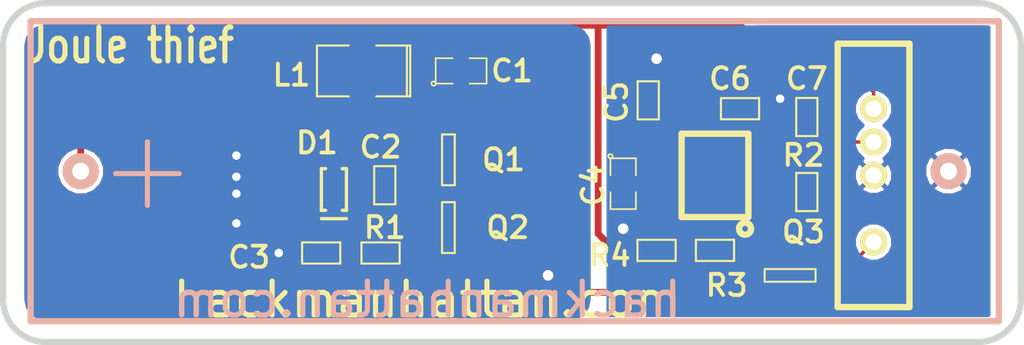
<source format=kicad_pcb>
(kicad_pcb (version 3) (host pcbnew "(2013-feb-26)-testing")

  (general
    (links 42)
    (no_connects 3)
    (area 13.478934 19.5536 93.6684 59.5084)
    (thickness 1.6002)
    (drawings 11)
    (tracks 85)
    (zones 0)
    (modules 20)
    (nets 14)
  )

  (page A4)
  (layers
    (15 Front signal)
    (0 Back signal)
    (16 B.Adhes user)
    (17 F.Adhes user)
    (18 B.Paste user)
    (19 F.Paste user)
    (20 B.SilkS user)
    (21 F.SilkS user)
    (22 B.Mask user)
    (23 F.Mask user)
    (24 Dwgs.User user)
    (25 Cmts.User user)
    (26 Eco1.User user)
    (27 Eco2.User user)
    (28 Edge.Cuts user)
  )

  (setup
    (last_trace_width 0.2032)
    (user_trace_width 0.4064)
    (user_trace_width 0.635)
    (trace_clearance 0.254)
    (zone_clearance 0.254)
    (zone_45_only no)
    (trace_min 0.2032)
    (segment_width 0.381)
    (edge_width 0.381)
    (via_size 0.889)
    (via_drill 0.635)
    (via_min_size 0.635)
    (via_min_drill 0.381)
    (user_via 0.635 0.508)
    (uvia_size 0.508)
    (uvia_drill 0.127)
    (uvias_allowed no)
    (uvia_min_size 0.508)
    (uvia_min_drill 0.127)
    (pcb_text_width 0.3048)
    (pcb_text_size 1.524 2.032)
    (mod_edge_width 0.381)
    (mod_text_size 1.524 1.524)
    (mod_text_width 0.3048)
    (pad_size 0.50038 3.29946)
    (pad_drill 0)
    (pad_to_mask_clearance 0.254)
    (aux_axis_origin 0 0)
    (visible_elements FFFFFFBF)
    (pcbplotparams
      (layerselection 284196865)
      (usegerberextensions true)
      (excludeedgelayer true)
      (linewidth 60)
      (plotframeref false)
      (viasonmask true)
      (mode 1)
      (useauxorigin false)
      (hpglpennumber 1)
      (hpglpenspeed 20)
      (hpglpendiameter 15)
      (hpglpenoverlay 0)
      (psnegative false)
      (psa4output false)
      (plotreference true)
      (plotvalue true)
      (plotothertext true)
      (plotinvisibletext false)
      (padsonsilk false)
      (subtractmaskfromsilk false)
      (outputformat 1)
      (mirror false)
      (drillshape 0)
      (scaleselection 1)
      (outputdirectory out))
  )

  (net 0 "")
  (net 1 /FET)
  (net 2 /LEDLOW)
  (net 3 /TIMER)
  (net 4 GND)
  (net 5 N-0000010)
  (net 6 N-0000011)
  (net 7 N-0000013)
  (net 8 N-000003)
  (net 9 N-000004)
  (net 10 N-000007)
  (net 11 N-000008)
  (net 12 N-000009)
  (net 13 VCC)

  (net_class Default "This is the default net class."
    (clearance 0.254)
    (trace_width 0.2032)
    (via_dia 0.889)
    (via_drill 0.635)
    (uvia_dia 0.508)
    (uvia_drill 0.127)
    (add_net "")
    (add_net /FET)
    (add_net /LEDLOW)
    (add_net /TIMER)
    (add_net GND)
    (add_net N-0000010)
    (add_net N-0000011)
    (add_net N-0000013)
    (add_net N-000003)
    (add_net N-000004)
    (add_net N-000007)
    (add_net N-000008)
    (add_net N-000009)
    (add_net VCC)
  )

  (module BATTERY-AA (layer Back) (tedit 512F98C8) (tstamp 504DFB82)
    (at 53.5 36.75 180)
    (path /504FE4E8)
    (fp_text reference BT1 (at -8.89 -17.78 180) (layer B.SilkS) hide
      (effects (font (size 1.524 1.524) (thickness 0.3048)) (justify mirror))
    )
    (fp_text value BATTERY (at -6.35 -21.59 180) (layer B.SilkS) hide
      (effects (font (size 1.524 1.524) (thickness 0.3048)) (justify mirror))
    )
    (fp_text user + (at 22 0.25 180) (layer B.SilkS)
      (effects (font (size 5.00126 5.00126) (thickness 0.3048)) (justify mirror))
    )
    (fp_line (start 28.99918 -8.99922) (end 28.99918 8.99922) (layer B.SilkS) (width 0.381))
    (fp_line (start 28.99918 8.99922) (end -28.99918 8.99922) (layer B.SilkS) (width 0.381))
    (fp_line (start -28.99918 8.99922) (end -28.99918 -8.99922) (layer B.SilkS) (width 0.381))
    (fp_line (start -28.99918 -8.99922) (end 28.99918 -8.99922) (layer B.SilkS) (width 0.381))
    (pad 2 thru_hole circle (at -25.99436 0 180) (size 2.159 2.159) (drill 1.02108)
      (layers *.Cu *.Mask B.SilkS)
      (net 4 GND)
    )
    (pad 1 thru_hole circle (at 25.99436 0 180) (size 2.159 2.159) (drill 1.016)
      (layers *.Cu *.Mask B.SilkS)
      (net 13 VCC)
    )
  )

  (module SOT23EBC (layer Front) (tedit 512F8977) (tstamp 504E2996)
    (at 49.53 36.068 270)
    (descr "Module CMS SOT23 Transistore EBC")
    (tags "CMS SOT")
    (path /504FF35D)
    (attr smd)
    (fp_text reference Q1 (at 0 -3.302 360) (layer F.SilkS)
      (effects (font (size 1.27 1.27) (thickness 0.2286)))
    )
    (fp_text value BC817 (at 0 0 270) (layer F.SilkS) hide
      (effects (font (size 0.762 0.762) (thickness 0.2032)))
    )
    (fp_line (start -1.524 -0.381) (end 1.524 -0.381) (layer F.SilkS) (width 0.127))
    (fp_line (start 1.524 -0.381) (end 1.524 0.381) (layer F.SilkS) (width 0.127))
    (fp_line (start 1.524 0.381) (end -1.524 0.381) (layer F.SilkS) (width 0.127))
    (fp_line (start -1.524 0.381) (end -1.524 -0.381) (layer F.SilkS) (width 0.127))
    (pad 1 smd rect (at -0.889 -1.016 270) (size 0.9144 0.9144)
      (layers Front F.Paste F.Mask)
      (net 2 /LEDLOW)
    )
    (pad 2 smd rect (at 0.889 -1.016 270) (size 0.9144 0.9144)
      (layers Front F.Paste F.Mask)
      (net 5 N-0000010)
    )
    (pad 3 smd rect (at 0 1.016 270) (size 0.9144 0.9144)
      (layers Front F.Paste F.Mask)
      (net 7 N-0000013)
    )
    (model smd/cms_sot23.wrl
      (at (xyz 0 0 0))
      (scale (xyz 0.13 0.15 0.15))
      (rotate (xyz 0 0 0))
    )
  )

  (module SOT23EBC (layer Front) (tedit 512F896A) (tstamp 504E2998)
    (at 49.53 40.132 90)
    (descr "Module CMS SOT23 Transistore EBC")
    (tags "CMS SOT")
    (path /50500FCD)
    (attr smd)
    (fp_text reference Q2 (at 0 3.556 180) (layer F.SilkS)
      (effects (font (size 1.27 1.27) (thickness 0.2286)))
    )
    (fp_text value BC807 (at 0 0 90) (layer F.SilkS) hide
      (effects (font (size 0.762 0.762) (thickness 0.2032)))
    )
    (fp_line (start -1.524 -0.381) (end 1.524 -0.381) (layer F.SilkS) (width 0.127))
    (fp_line (start 1.524 -0.381) (end 1.524 0.381) (layer F.SilkS) (width 0.127))
    (fp_line (start 1.524 0.381) (end -1.524 0.381) (layer F.SilkS) (width 0.127))
    (fp_line (start -1.524 0.381) (end -1.524 -0.381) (layer F.SilkS) (width 0.127))
    (pad 1 smd rect (at -0.889 -1.016 90) (size 0.9144 0.9144)
      (layers Front F.Paste F.Mask)
      (net 12 N-000009)
    )
    (pad 2 smd rect (at 0.889 -1.016 90) (size 0.9144 0.9144)
      (layers Front F.Paste F.Mask)
      (net 6 N-0000011)
    )
    (pad 3 smd rect (at 0 1.016 90) (size 0.9144 0.9144)
      (layers Front F.Paste F.Mask)
      (net 5 N-0000010)
    )
    (model smd/cms_sot23.wrl
      (at (xyz 0 0 0))
      (scale (xyz 0.13 0.15 0.15))
      (rotate (xyz 0 0 0))
    )
  )

  (module SM0603 (layer Front) (tedit 512F899D) (tstamp 504E29A6)
    (at 45.72 37.592 270)
    (path /505001B0)
    (attr smd)
    (fp_text reference C2 (at -2.286 0.254 360) (layer F.SilkS)
      (effects (font (size 1.27 1.27) (thickness 0.2286)))
    )
    (fp_text value 150pF (at 0 0 270) (layer F.SilkS) hide
      (effects (font (size 0.508 0.4572) (thickness 0.1143)))
    )
    (fp_line (start -1.143 -0.635) (end 1.143 -0.635) (layer F.SilkS) (width 0.127))
    (fp_line (start 1.143 -0.635) (end 1.143 0.635) (layer F.SilkS) (width 0.127))
    (fp_line (start 1.143 0.635) (end -1.143 0.635) (layer F.SilkS) (width 0.127))
    (fp_line (start -1.143 0.635) (end -1.143 -0.635) (layer F.SilkS) (width 0.127))
    (pad 1 smd rect (at -0.762 0 270) (size 0.635 1.143)
      (layers Front F.Paste F.Mask)
      (net 7 N-0000013)
    )
    (pad 2 smd rect (at 0.762 0 270) (size 0.635 1.143)
      (layers Front F.Paste F.Mask)
      (net 6 N-0000011)
    )
    (model smd\resistors\R0603.wrl
      (at (xyz 0 0 0.001))
      (scale (xyz 0.5 0.5 0.5))
      (rotate (xyz 0 0 0))
    )
  )

  (module SM0603 (layer Front) (tedit 512F89B2) (tstamp 504E37C0)
    (at 41.91 41.656 180)
    (path /50501E1C)
    (attr smd)
    (fp_text reference C3 (at 4.318 -0.254 180) (layer F.SilkS)
      (effects (font (size 1.27 1.27) (thickness 0.2286)))
    )
    (fp_text value 100nF (at 0 0 180) (layer F.SilkS) hide
      (effects (font (size 0.508 0.4572) (thickness 0.1143)))
    )
    (fp_line (start -1.143 -0.635) (end 1.143 -0.635) (layer F.SilkS) (width 0.127))
    (fp_line (start 1.143 -0.635) (end 1.143 0.635) (layer F.SilkS) (width 0.127))
    (fp_line (start 1.143 0.635) (end -1.143 0.635) (layer F.SilkS) (width 0.127))
    (fp_line (start -1.143 0.635) (end -1.143 -0.635) (layer F.SilkS) (width 0.127))
    (pad 1 smd rect (at -0.762 0 180) (size 0.635 1.143)
      (layers Front F.Paste F.Mask)
      (net 12 N-000009)
    )
    (pad 2 smd rect (at 0.762 0 180) (size 0.635 1.143)
      (layers Front F.Paste F.Mask)
      (net 2 /LEDLOW)
    )
    (model smd\resistors\R0603.wrl
      (at (xyz 0 0 0.001))
      (scale (xyz 0.5 0.5 0.5))
      (rotate (xyz 0 0 0))
    )
  )

  (module SM0603 (layer Front) (tedit 512F89BC) (tstamp 504E2999)
    (at 45.466 41.656 180)
    (path /50500FD7)
    (attr smd)
    (fp_text reference R1 (at -0.254 1.524 180) (layer F.SilkS)
      (effects (font (size 1.27 1.27) (thickness 0.2286)))
    )
    (fp_text value 100K (at 0 0 180) (layer F.SilkS) hide
      (effects (font (size 0.508 0.4572) (thickness 0.1143)))
    )
    (fp_line (start -1.143 -0.635) (end 1.143 -0.635) (layer F.SilkS) (width 0.127))
    (fp_line (start 1.143 -0.635) (end 1.143 0.635) (layer F.SilkS) (width 0.127))
    (fp_line (start 1.143 0.635) (end -1.143 0.635) (layer F.SilkS) (width 0.127))
    (fp_line (start -1.143 0.635) (end -1.143 -0.635) (layer F.SilkS) (width 0.127))
    (pad 1 smd rect (at -0.762 0 180) (size 0.635 1.143)
      (layers Front F.Paste F.Mask)
      (net 6 N-0000011)
    )
    (pad 2 smd rect (at 0.762 0 180) (size 0.635 1.143)
      (layers Front F.Paste F.Mask)
      (net 2 /LEDLOW)
    )
    (model smd\resistors\R0603.wrl
      (at (xyz 0 0 0.001))
      (scale (xyz 0.5 0.5 0.5))
      (rotate (xyz 0 0 0))
    )
  )

  (module SM0805 (layer Front) (tedit 512F8987) (tstamp 504E29A4)
    (at 50.292 30.734)
    (path /504FE4F1)
    (attr smd)
    (fp_text reference C1 (at 3.048 0) (layer F.SilkS)
      (effects (font (size 1.27 1.27) (thickness 0.2286)))
    )
    (fp_text value 10uF (at -0.508 -8.636) (layer F.SilkS) hide
      (effects (font (size 0.50038 0.50038) (thickness 0.10922)))
    )
    (fp_circle (center -1.651 0.762) (end -1.651 0.635) (layer F.SilkS) (width 0.09906))
    (fp_line (start -0.508 0.762) (end -1.524 0.762) (layer F.SilkS) (width 0.09906))
    (fp_line (start -1.524 0.762) (end -1.524 -0.762) (layer F.SilkS) (width 0.09906))
    (fp_line (start -1.524 -0.762) (end -0.508 -0.762) (layer F.SilkS) (width 0.09906))
    (fp_line (start 0.508 -0.762) (end 1.524 -0.762) (layer F.SilkS) (width 0.09906))
    (fp_line (start 1.524 -0.762) (end 1.524 0.762) (layer F.SilkS) (width 0.09906))
    (fp_line (start 1.524 0.762) (end 0.508 0.762) (layer F.SilkS) (width 0.09906))
    (pad 1 smd rect (at -0.9525 0) (size 0.889 1.397)
      (layers Front F.Paste F.Mask)
      (net 11 N-000008)
    )
    (pad 2 smd rect (at 0.9525 0) (size 0.889 1.397)
      (layers Front F.Paste F.Mask)
      (net 2 /LEDLOW)
    )
    (model smd/chip_cms.wrl
      (at (xyz 0 0 0))
      (scale (xyz 0.1 0.1 0.1))
      (rotate (xyz 0 0 0))
    )
  )

  (module SM1210L (layer Front) (tedit 512F89DD) (tstamp 504E29A2)
    (at 44.45 30.734 180)
    (tags "CMS SM")
    (path /504FE4FA)
    (attr smd)
    (fp_text reference L1 (at 4.318 -0.254 180) (layer F.SilkS)
      (effects (font (size 1.27 1.27) (thickness 0.2286)))
    )
    (fp_text value 22uH (at 5.588 -1.27 180) (layer F.SilkS) hide
      (effects (font (size 1.27 1.27) (thickness 0.2286)))
    )
    (fp_line (start -2.794 -1.524) (end -2.794 1.524) (layer F.SilkS) (width 0.127))
    (fp_line (start 0.889 1.524) (end 2.794 1.524) (layer F.SilkS) (width 0.127))
    (fp_line (start 2.794 1.524) (end 2.794 -1.524) (layer F.SilkS) (width 0.127))
    (fp_line (start 2.794 -1.524) (end 0.889 -1.524) (layer F.SilkS) (width 0.127))
    (fp_line (start -0.762 -1.524) (end -2.794 -1.524) (layer F.SilkS) (width 0.127))
    (fp_line (start -2.594 -1.524) (end -2.594 1.524) (layer F.SilkS) (width 0.127))
    (fp_line (start -2.794 1.524) (end -0.762 1.524) (layer F.SilkS) (width 0.127))
    (pad 1 smd rect (at -1.778 0 180) (size 1.778 2.794)
      (layers Front F.Paste F.Mask)
      (net 11 N-000008)
    )
    (pad 2 smd rect (at 1.778 0 180) (size 1.778 2.794)
      (layers Front F.Paste F.Mask)
      (net 7 N-0000013)
    )
    (model smd/chip_cms.wrl
      (at (xyz 0 0 0))
      (scale (xyz 0.2 0.2 0.2))
      (rotate (xyz 0 0 0))
    )
  )

  (module SOD523 (layer Front) (tedit 512F89A8) (tstamp 504E29A3)
    (at 42.672 37.846)
    (path /50500FFF)
    (fp_text reference D1 (at -1.016 -2.794) (layer F.SilkS)
      (effects (font (size 1.27 1.27) (thickness 0.2286)))
    )
    (fp_text value 1N4148 (at 0 3.75) (layer F.SilkS) hide
      (effects (font (size 1.524 1.524) (thickness 0.3048)))
    )
    (fp_line (start -0.75 1.75) (end 0.75 1.75) (layer F.SilkS) (width 0.2))
    (fp_line (start 0.5 1.25) (end 0.75 1.25) (layer F.SilkS) (width 0.2))
    (fp_line (start 0.75 1.25) (end 0.75 -1.25) (layer F.SilkS) (width 0.2))
    (fp_line (start 0.75 -1.25) (end 0.5 -1.25) (layer F.SilkS) (width 0.2))
    (fp_line (start -0.5 -1.25) (end -0.75 -1.25) (layer F.SilkS) (width 0.2))
    (fp_line (start -0.75 -1.25) (end -0.75 1.25) (layer F.SilkS) (width 0.2))
    (fp_line (start -0.75 1.25) (end -0.5 1.25) (layer F.SilkS) (width 0.2))
    (pad 1 smd rect (at 0 -1) (size 0.5 0.8)
      (layers Front F.Paste F.Mask)
      (net 7 N-0000013)
    )
    (pad 2 smd rect (at 0 1) (size 0.5 0.8)
      (layers Front F.Paste F.Mask)
      (net 12 N-000009)
    )
  )

  (module SW-SSJ1304 (layer Front) (tedit 512F981F) (tstamp 512F96FD)
    (at 75 37 90)
    (path /512F9736)
    (fp_text reference P1 (at 4 17.5 90) (layer F.SilkS) hide
      (effects (font (size 1.524 1.524) (thickness 0.3048)))
    )
    (fp_text value SSJ1304 (at 0 8 90) (layer F.SilkS) hide
      (effects (font (size 1.524 1.524) (thickness 0.3048)))
    )
    (fp_line (start 7.9 -2.15) (end 7.9 2.15) (layer F.SilkS) (width 0.381))
    (fp_line (start 7.9 2.15) (end -7.9 2.15) (layer F.SilkS) (width 0.381))
    (fp_line (start -7.9 2.15) (end -7.9 -2.15) (layer F.SilkS) (width 0.381))
    (fp_line (start -7.9 -2.15) (end 7.9 -2.15) (layer F.SilkS) (width 0.381))
    (pad 1 thru_hole circle (at -4 0 90) (size 1.6 1.6) (drill 0.97)
      (layers *.Cu *.Mask F.SilkS)
      (net 1 /FET)
      (clearance 0.1)
    )
    (pad 2 thru_hole circle (at 0 0 90) (size 1.6 1.6) (drill 0.97)
      (layers *.Cu *.Mask F.SilkS)
      (net 4 GND)
      (clearance 0.1)
    )
    (pad 3 thru_hole circle (at 2 0 90) (size 1.6 1.6) (drill 0.97)
      (layers *.Cu *.Mask F.SilkS)
      (net 3 /TIMER)
      (clearance 0.1)
    )
    (pad 4 thru_hole circle (at 4 0 90) (size 1.6 1.6) (drill 0.97)
      (layers *.Cu *.Mask F.SilkS)
      (net 13 VCC)
      (clearance 0.1)
    )
  )

  (module SOT23GDS (layer Front) (tedit 512F99BA) (tstamp 512F9708)
    (at 70 43)
    (descr "Module CMS SOT23 Transistore EBC")
    (tags "CMS SOT")
    (path /512F949D)
    (attr smd)
    (fp_text reference Q3 (at 0.8 -2.6) (layer F.SilkS)
      (effects (font (size 1.27 1.27) (thickness 0.2286)))
    )
    (fp_text value MOSFET_N (at -0.2 6.8) (layer F.SilkS) hide
      (effects (font (size 0.762 0.762) (thickness 0.12954)))
    )
    (fp_line (start -1.524 -0.381) (end 1.524 -0.381) (layer F.SilkS) (width 0.11938))
    (fp_line (start 1.524 -0.381) (end 1.524 0.381) (layer F.SilkS) (width 0.11938))
    (fp_line (start 1.524 0.381) (end -1.524 0.381) (layer F.SilkS) (width 0.11938))
    (fp_line (start -1.524 0.381) (end -1.524 -0.381) (layer F.SilkS) (width 0.11938))
    (pad S smd rect (at -0.889 -1.016) (size 0.9144 0.9144)
      (layers Front F.Paste F.Mask)
      (net 4 GND)
    )
    (pad G smd rect (at 0.889 -1.016) (size 0.9144 0.9144)
      (layers Front F.Paste F.Mask)
      (net 1 /FET)
    )
    (pad D smd rect (at 0 1.016) (size 0.9144 0.9144)
      (layers Front F.Paste F.Mask)
      (net 2 /LEDLOW)
    )
    (model smd/cms_sot23.wrl
      (at (xyz 0 0 0))
      (scale (xyz 0.13 0.15 0.15))
      (rotate (xyz 0 0 0))
    )
  )

  (module SOIC8-4MM (layer Front) (tedit 512F97B0) (tstamp 512F9719)
    (at 65.5 37 90)
    (path /512F8E08)
    (fp_text reference IC1 (at 14.5 -1.5 90) (layer F.SilkS) hide
      (effects (font (size 1.524 1.524) (thickness 0.3048)))
    )
    (fp_text value TLC551 (at 0 7.5 90) (layer F.SilkS) hide
      (effects (font (size 1.524 1.524) (thickness 0.3048)))
    )
    (fp_circle (center -3.2 1.8) (end -3 1.5) (layer F.SilkS) (width 0.381))
    (fp_line (start 2.5 -2) (end 2.5 2) (layer F.SilkS) (width 0.381))
    (fp_line (start 2.5 2) (end -2.5 2) (layer F.SilkS) (width 0.381))
    (fp_line (start -2.5 2) (end -2.5 -2) (layer F.SilkS) (width 0.381))
    (fp_line (start -2.5 -2) (end 2.5 -2) (layer F.SilkS) (width 0.381))
    (pad 1 smd rect (at -1.905 2.46 90) (size 0.6 2)
      (layers Front F.Paste F.Mask)
      (net 4 GND)
    )
    (pad 2 smd rect (at -0.635 2.46 90) (size 0.6 2)
      (layers Front F.Paste F.Mask)
      (net 8 N-000003)
    )
    (pad 3 smd rect (at 0.635 2.46 90) (size 0.6 2)
      (layers Front F.Paste F.Mask)
      (net 3 /TIMER)
    )
    (pad 4 smd rect (at 1.905 2.46 90) (size 0.6 2)
      (layers Front F.Paste F.Mask)
      (net 13 VCC)
    )
    (pad 5 smd rect (at 1.905 -2.46 90) (size 0.6 2)
      (layers Front F.Paste F.Mask)
      (net 9 N-000004)
    )
    (pad 6 smd rect (at 0.635 -2.46 90) (size 0.6 2)
      (layers Front F.Paste F.Mask)
      (net 8 N-000003)
    )
    (pad 7 smd rect (at -0.635 -2.46 90) (size 0.6 2)
      (layers Front F.Paste F.Mask)
      (net 10 N-000007)
    )
    (pad 8 smd rect (at -1.905 -2.46 90) (size 0.6 2)
      (layers Front F.Paste F.Mask)
      (net 13 VCC)
    )
  )

  (module SM0805 (layer Front) (tedit 512F99DB) (tstamp 512F9726)
    (at 60 37.5 270)
    (path /512F92A6)
    (attr smd)
    (fp_text reference C4 (at 0.1 1.8 270) (layer F.SilkS)
      (effects (font (size 1.27 1.27) (thickness 0.2286)))
    )
    (fp_text value 1uF (at -12.7 -1 270) (layer F.SilkS) hide
      (effects (font (size 0.50038 0.50038) (thickness 0.10922)))
    )
    (fp_circle (center -1.651 0.762) (end -1.651 0.635) (layer F.SilkS) (width 0.09906))
    (fp_line (start -0.508 0.762) (end -1.524 0.762) (layer F.SilkS) (width 0.09906))
    (fp_line (start -1.524 0.762) (end -1.524 -0.762) (layer F.SilkS) (width 0.09906))
    (fp_line (start -1.524 -0.762) (end -0.508 -0.762) (layer F.SilkS) (width 0.09906))
    (fp_line (start 0.508 -0.762) (end 1.524 -0.762) (layer F.SilkS) (width 0.09906))
    (fp_line (start 1.524 -0.762) (end 1.524 0.762) (layer F.SilkS) (width 0.09906))
    (fp_line (start 1.524 0.762) (end 0.508 0.762) (layer F.SilkS) (width 0.09906))
    (pad 1 smd rect (at -0.9525 0 270) (size 0.889 1.397)
      (layers Front F.Paste F.Mask)
      (net 8 N-000003)
    )
    (pad 2 smd rect (at 0.9525 0 270) (size 0.889 1.397)
      (layers Front F.Paste F.Mask)
      (net 4 GND)
    )
    (model smd/chip_cms.wrl
      (at (xyz 0 0 0))
      (scale (xyz 0.1 0.1 0.1))
      (rotate (xyz 0 0 0))
    )
  )

  (module SM0603 (layer Front) (tedit 512F9983) (tstamp 512F9730)
    (at 67 33 180)
    (path /512F8FBB)
    (attr smd)
    (fp_text reference C6 (at 0.6 1.8 180) (layer F.SilkS)
      (effects (font (size 1.27 1.27) (thickness 0.2286)))
    )
    (fp_text value 0.1uF (at 0 0 180) (layer F.SilkS) hide
      (effects (font (size 0.508 0.4572) (thickness 0.1143)))
    )
    (fp_line (start -1.143 -0.635) (end 1.143 -0.635) (layer F.SilkS) (width 0.127))
    (fp_line (start 1.143 -0.635) (end 1.143 0.635) (layer F.SilkS) (width 0.127))
    (fp_line (start 1.143 0.635) (end -1.143 0.635) (layer F.SilkS) (width 0.127))
    (fp_line (start -1.143 0.635) (end -1.143 -0.635) (layer F.SilkS) (width 0.127))
    (pad 1 smd rect (at -0.762 0 180) (size 0.635 1.143)
      (layers Front F.Paste F.Mask)
      (net 13 VCC)
    )
    (pad 2 smd rect (at 0.762 0 180) (size 0.635 1.143)
      (layers Front F.Paste F.Mask)
      (net 4 GND)
    )
    (model smd\resistors\R0603.wrl
      (at (xyz 0 0 0.001))
      (scale (xyz 0.5 0.5 0.5))
      (rotate (xyz 0 0 0))
    )
  )

  (module SM0603 (layer Front) (tedit 512F9977) (tstamp 512F973A)
    (at 61.5 32.5 270)
    (path /512F9027)
    (attr smd)
    (fp_text reference C5 (at 0.1 1.9 270) (layer F.SilkS)
      (effects (font (size 1.27 1.27) (thickness 0.2286)))
    )
    (fp_text value 0.1uF (at 0 0 270) (layer F.SilkS) hide
      (effects (font (size 0.508 0.4572) (thickness 0.1143)))
    )
    (fp_line (start -1.143 -0.635) (end 1.143 -0.635) (layer F.SilkS) (width 0.127))
    (fp_line (start 1.143 -0.635) (end 1.143 0.635) (layer F.SilkS) (width 0.127))
    (fp_line (start 1.143 0.635) (end -1.143 0.635) (layer F.SilkS) (width 0.127))
    (fp_line (start -1.143 0.635) (end -1.143 -0.635) (layer F.SilkS) (width 0.127))
    (pad 1 smd rect (at -0.762 0 270) (size 0.635 1.143)
      (layers Front F.Paste F.Mask)
      (net 4 GND)
    )
    (pad 2 smd rect (at 0.762 0 270) (size 0.635 1.143)
      (layers Front F.Paste F.Mask)
      (net 9 N-000004)
    )
    (model smd\resistors\R0603.wrl
      (at (xyz 0 0 0.001))
      (scale (xyz 0.5 0.5 0.5))
      (rotate (xyz 0 0 0))
    )
  )

  (module SM0603 (layer Front) (tedit 512F999B) (tstamp 512F9744)
    (at 71 33.5 90)
    (path /512F914E)
    (attr smd)
    (fp_text reference C7 (at 2.3 0 180) (layer F.SilkS)
      (effects (font (size 1.27 1.27) (thickness 0.2286)))
    )
    (fp_text value 0.1uF (at 0 0 90) (layer F.SilkS) hide
      (effects (font (size 0.508 0.4572) (thickness 0.1143)))
    )
    (fp_line (start -1.143 -0.635) (end 1.143 -0.635) (layer F.SilkS) (width 0.127))
    (fp_line (start 1.143 -0.635) (end 1.143 0.635) (layer F.SilkS) (width 0.127))
    (fp_line (start 1.143 0.635) (end -1.143 0.635) (layer F.SilkS) (width 0.127))
    (fp_line (start -1.143 0.635) (end -1.143 -0.635) (layer F.SilkS) (width 0.127))
    (pad 1 smd rect (at -0.762 0 90) (size 0.635 1.143)
      (layers Front F.Paste F.Mask)
      (net 3 /TIMER)
    )
    (pad 2 smd rect (at 0.762 0 90) (size 0.635 1.143)
      (layers Front F.Paste F.Mask)
      (net 4 GND)
    )
    (model smd\resistors\R0603.wrl
      (at (xyz 0 0 0.001))
      (scale (xyz 0.5 0.5 0.5))
      (rotate (xyz 0 0 0))
    )
  )

  (module SM0603 (layer Front) (tedit 512F99C4) (tstamp 512F9A24)
    (at 65.5 41.5 180)
    (path /512F9419)
    (attr smd)
    (fp_text reference R3 (at -0.7 -2.1 180) (layer F.SilkS)
      (effects (font (size 1.27 1.27) (thickness 0.2286)))
    )
    (fp_text value 470K (at 0 0 180) (layer F.SilkS) hide
      (effects (font (size 0.508 0.4572) (thickness 0.1143)))
    )
    (fp_line (start -1.143 -0.635) (end 1.143 -0.635) (layer F.SilkS) (width 0.127))
    (fp_line (start 1.143 -0.635) (end 1.143 0.635) (layer F.SilkS) (width 0.127))
    (fp_line (start 1.143 0.635) (end -1.143 0.635) (layer F.SilkS) (width 0.127))
    (fp_line (start -1.143 0.635) (end -1.143 -0.635) (layer F.SilkS) (width 0.127))
    (pad 1 smd rect (at -0.762 0 180) (size 0.635 1.143)
      (layers Front F.Paste F.Mask)
      (net 8 N-000003)
    )
    (pad 2 smd rect (at 0.762 0 180) (size 0.635 1.143)
      (layers Front F.Paste F.Mask)
      (net 10 N-000007)
    )
    (model smd\resistors\R0603.wrl
      (at (xyz 0 0 0.001))
      (scale (xyz 0.5 0.5 0.5))
      (rotate (xyz 0 0 0))
    )
  )

  (module SM0603 (layer Front) (tedit 512F99CF) (tstamp 512F9758)
    (at 62 41.5)
    (path /512F95E5)
    (attr smd)
    (fp_text reference R4 (at -2.8 0.3) (layer F.SilkS)
      (effects (font (size 1.27 1.27) (thickness 0.2286)))
    )
    (fp_text value 100K (at 0 0) (layer F.SilkS) hide
      (effects (font (size 0.508 0.4572) (thickness 0.1143)))
    )
    (fp_line (start -1.143 -0.635) (end 1.143 -0.635) (layer F.SilkS) (width 0.127))
    (fp_line (start 1.143 -0.635) (end 1.143 0.635) (layer F.SilkS) (width 0.127))
    (fp_line (start 1.143 0.635) (end -1.143 0.635) (layer F.SilkS) (width 0.127))
    (fp_line (start -1.143 0.635) (end -1.143 -0.635) (layer F.SilkS) (width 0.127))
    (pad 1 smd rect (at -0.762 0) (size 0.635 1.143)
      (layers Front F.Paste F.Mask)
      (net 13 VCC)
    )
    (pad 2 smd rect (at 0.762 0) (size 0.635 1.143)
      (layers Front F.Paste F.Mask)
      (net 10 N-000007)
    )
    (model smd\resistors\R0603.wrl
      (at (xyz 0 0 0.001))
      (scale (xyz 0.5 0.5 0.5))
      (rotate (xyz 0 0 0))
    )
  )

  (module SM0603 (layer Front) (tedit 512F99A5) (tstamp 512F9762)
    (at 71 38 270)
    (path /512F9855)
    (attr smd)
    (fp_text reference R2 (at -2.2 0.2 360) (layer F.SilkS)
      (effects (font (size 1.27 1.27) (thickness 0.2286)))
    )
    (fp_text value 10K (at 0 0 270) (layer F.SilkS) hide
      (effects (font (size 0.508 0.4572) (thickness 0.1143)))
    )
    (fp_line (start -1.143 -0.635) (end 1.143 -0.635) (layer F.SilkS) (width 0.127))
    (fp_line (start 1.143 -0.635) (end 1.143 0.635) (layer F.SilkS) (width 0.127))
    (fp_line (start 1.143 0.635) (end -1.143 0.635) (layer F.SilkS) (width 0.127))
    (fp_line (start -1.143 0.635) (end -1.143 -0.635) (layer F.SilkS) (width 0.127))
    (pad 1 smd rect (at -0.762 0 270) (size 0.635 1.143)
      (layers Front F.Paste F.Mask)
      (net 4 GND)
    )
    (pad 2 smd rect (at 0.762 0 270) (size 0.635 1.143)
      (layers Front F.Paste F.Mask)
      (net 1 /FET)
    )
    (model smd\resistors\R0603.wrl
      (at (xyz 0 0 0.001))
      (scale (xyz 0.5 0.5 0.5))
      (rotate (xyz 0 0 0))
    )
  )

  (module CREE-XPC-LED (layer Front) (tedit 512F9D15) (tstamp 504E299B)
    (at 36.83 36.83 180)
    (path /512F7A79)
    (fp_text reference D2 (at 3.81 -0.762 180) (layer F.SilkS) hide
      (effects (font (size 1.524 1.524) (thickness 0.3048)))
    )
    (fp_text value LED-PAD (at 17.018 8.89 180) (layer F.SilkS) hide
      (effects (font (size 1.524 1.524) (thickness 0.3048)))
    )
    (pad 3 smd rect (at 0 0 180) (size 1.30048 3.29946)
      (layers Front F.Mask)
      (net 2 /LEDLOW)
      (solder_mask_margin 0.1)
    )
    (pad 1 smd rect (at -1.39954 0 180) (size 0.50038 3.29946)
      (layers Front F.Paste F.Mask)
      (net 7 N-0000013)
      (solder_mask_margin 0.1)
    )
    (pad 2 smd rect (at 1.39954 0 180) (size 0.50038 3.29946)
      (layers Front F.Paste F.Mask)
      (net 2 /LEDLOW)
      (solder_mask_margin 0.1)
    )
    (pad 3 smd rect (at 0 -1 180) (size 0.6 0.6)
      (layers F.Paste)
      (net 2 /LEDLOW)
    )
    (pad 3 smd rect (at 0 1 180) (size 0.6 0.6)
      (layers F.Paste)
      (net 2 /LEDLOW)
    )
    (pad 3 smd rect (at 0 0 180) (size 0.4 0.4)
      (layers F.Paste)
      (net 2 /LEDLOW)
    )
  )

  (gr_text hackmanhattan.com (at 48.26 44.45) (layer B.SilkS)
    (effects (font (size 2.032 2.032) (thickness 0.3048)) (justify mirror))
  )
  (gr_line (start 25.4 46.99) (end 81.28 46.99) (angle 90) (layer Edge.Cuts) (width 0.381))
  (gr_line (start 22.86 29.21) (end 22.86 44.45) (angle 90) (layer Edge.Cuts) (width 0.381))
  (gr_line (start 25.4 26.67) (end 81.28 26.67) (angle 90) (layer Edge.Cuts) (width 0.381))
  (gr_arc (start 25.4 29.21) (end 22.86 29.21) (angle 90) (layer Edge.Cuts) (width 0.381))
  (gr_arc (start 25.4 44.45) (end 25.4 46.99) (angle 90) (layer Edge.Cuts) (width 0.381))
  (gr_line (start 83.82 29.21) (end 83.82 44.45) (angle 90) (layer Edge.Cuts) (width 0.381))
  (gr_arc (start 81.28 29.21) (end 81.28 26.67) (angle 90) (layer Edge.Cuts) (width 0.381))
  (gr_arc (start 81.28 44.45) (end 83.82 44.45) (angle 90) (layer Edge.Cuts) (width 0.381))
  (gr_text "Joule thief" (at 30.48 29.21) (layer F.SilkS)
    (effects (font (size 2.032 1.524) (thickness 0.3048)))
  )
  (gr_text hackmanhattan.com (at 48.26 44.45) (layer F.SilkS)
    (effects (font (size 2.032 2.032) (thickness 0.3048)))
  )

  (segment (start 70.889 41.984) (end 70.889 38.873) (width 0.2032) (layer Front) (net 1))
  (segment (start 70.889 38.873) (end 71 38.762) (width 0.2032) (layer Front) (net 1) (tstamp 512F98EF))
  (segment (start 70.889 41.984) (end 74.016 41.984) (width 0.2032) (layer Front) (net 1))
  (segment (start 74.016 41.984) (end 75 41) (width 0.2032) (layer Front) (net 1) (tstamp 512F98EB))
  (via (at 55.5 43) (size 0.889) (layers Front Back) (net 2))
  (segment (start 55.5 43) (end 56.516 44.016) (width 0.4064) (layer Front) (net 2) (tstamp 512F9908))
  (segment (start 56.516 44.016) (end 70 44.016) (width 0.4064) (layer Front) (net 2))
  (segment (start 41.148 41.656) (end 39.37 41.656) (width 0.4064) (layer Front) (net 2))
  (via (at 39.37 41.656) (size 0.635) (drill 0.508) (layers Front Back) (net 2))
  (segment (start 36.83 36.83) (end 36.83 36.576) (width 0.2032) (layer Front) (net 2))
  (segment (start 36.83 36.576) (end 36.83 36.83) (width 0.2032) (layer Front) (net 2) (tstamp 512F8928))
  (segment (start 36.83 36.83) (end 36.83 39.878) (width 0.4064) (layer Front) (net 2))
  (via (at 36.83 39.878) (size 0.635) (drill 0.508) (layers Front Back) (net 2))
  (segment (start 36.83 36.83) (end 36.83 35.814) (width 0.2032) (layer Front) (net 2))
  (via (at 36.83 38.1) (size 0.635) (drill 0.508) (layers Front Back) (net 2))
  (segment (start 36.83 37.084) (end 36.83 38.1) (width 0.2032) (layer Front) (net 2) (tstamp 512F86E1))
  (via (at 36.83 37.084) (size 0.635) (drill 0.508) (layers Front Back) (net 2))
  (segment (start 36.83 35.814) (end 36.83 37.084) (width 0.2032) (layer Back) (net 2) (tstamp 512F86DE))
  (via (at 36.83 35.814) (size 0.635) (drill 0.508) (layers Front Back) (net 2))
  (segment (start 71 34.262) (end 72.262 34.262) (width 0.2032) (layer Front) (net 3))
  (segment (start 73 35) (end 75 35) (width 0.2032) (layer Front) (net 3) (tstamp 512F98C9))
  (segment (start 72.262 34.262) (end 73 35) (width 0.2032) (layer Front) (net 3) (tstamp 512F98C8))
  (segment (start 67.96 36.365) (end 70.135 36.365) (width 0.2032) (layer Front) (net 3))
  (segment (start 71 35.5) (end 71 34.262) (width 0.2032) (layer Front) (net 3) (tstamp 512F98C4))
  (segment (start 70.135 36.365) (end 71 35.5) (width 0.2032) (layer Front) (net 3) (tstamp 512F98C2))
  (segment (start 71 32.738) (end 69.738 32.738) (width 0.2032) (layer Front) (net 4))
  (via (at 69.4 32.4) (size 0.635) (drill 0.508) (layers Front Back) (net 4))
  (segment (start 69.738 32.738) (end 69.4 32.4) (width 0.2032) (layer Front) (net 4) (tstamp 512F995A))
  (segment (start 60 38.4525) (end 60 40.2) (width 0.2032) (layer Front) (net 4))
  (via (at 60 40.2) (size 0.889) (layers Front Back) (net 4))
  (segment (start 61.5 31.738) (end 61.5 30.5) (width 0.2032) (layer Front) (net 4))
  (via (at 62 30) (size 0.889) (layers Front Back) (net 4))
  (segment (start 61.5 30.5) (end 62 30) (width 0.2032) (layer Front) (net 4) (tstamp 512F991C))
  (segment (start 50.546 40.132) (end 50.546 36.957) (width 0.4064) (layer Front) (net 5))
  (segment (start 46.228 41.656) (end 46.228 38.862) (width 0.4064) (layer Front) (net 6))
  (segment (start 46.228 38.862) (end 45.72 38.354) (width 0.4064) (layer Front) (net 6) (tstamp 512F8847))
  (segment (start 48.514 39.243) (end 46.609 39.243) (width 0.4064) (layer Front) (net 6))
  (segment (start 46.609 39.243) (end 45.72 38.354) (width 0.4064) (layer Front) (net 6) (tstamp 512F8844))
  (segment (start 48.514 36.068) (end 46.482 36.068) (width 0.4064) (layer Front) (net 7))
  (segment (start 46.482 36.068) (end 45.72 36.83) (width 0.4064) (layer Front) (net 7) (tstamp 512F8841))
  (segment (start 42.672 36.846) (end 45.704 36.846) (width 0.4064) (layer Front) (net 7))
  (segment (start 45.704 36.846) (end 45.72 36.83) (width 0.4064) (layer Front) (net 7) (tstamp 512F883B))
  (segment (start 42.672 36.846) (end 42.672 30.734) (width 0.4064) (layer Front) (net 7))
  (segment (start 38.22954 36.83) (end 42.656 36.83) (width 0.4064) (layer Front) (net 7))
  (segment (start 42.656 36.83) (end 42.672 36.846) (width 0.4064) (layer Front) (net 7) (tstamp 512F8704))
  (segment (start 63.04 36.365) (end 65.365 36.365) (width 0.2032) (layer Front) (net 8))
  (segment (start 66.635 37.635) (end 67.96 37.635) (width 0.2032) (layer Front) (net 8) (tstamp 512F9911))
  (segment (start 65.365 36.365) (end 66.635 37.635) (width 0.2032) (layer Front) (net 8) (tstamp 512F9910))
  (segment (start 66.262 41.5) (end 66.262 38.238) (width 0.2032) (layer Front) (net 8))
  (segment (start 66.262 38.238) (end 66.865 37.635) (width 0.2032) (layer Front) (net 8) (tstamp 512F98E7))
  (segment (start 66.865 37.635) (end 67.96 37.635) (width 0.2032) (layer Front) (net 8) (tstamp 512F98E8))
  (segment (start 60 36.5475) (end 62.8575 36.5475) (width 0.2032) (layer Front) (net 8))
  (segment (start 62.8575 36.5475) (end 63.04 36.365) (width 0.2032) (layer Front) (net 8) (tstamp 512F98DC))
  (segment (start 61.5 33.262) (end 61.5 33.555) (width 0.2032) (layer Front) (net 9))
  (segment (start 61.5 33.555) (end 63.04 35.095) (width 0.2032) (layer Front) (net 9) (tstamp 512F98D9))
  (segment (start 64.738 41.5) (end 64.738 40.262) (width 0.2032) (layer Front) (net 10))
  (segment (start 64.635 37.635) (end 63.04 37.635) (width 0.2032) (layer Front) (net 10) (tstamp 512F98E4))
  (segment (start 65 38) (end 64.635 37.635) (width 0.2032) (layer Front) (net 10) (tstamp 512F98E3))
  (segment (start 65 40) (end 65 38) (width 0.2032) (layer Front) (net 10) (tstamp 512F98E2))
  (segment (start 64.738 40.262) (end 65 40) (width 0.2032) (layer Front) (net 10) (tstamp 512F98E1))
  (segment (start 62.762 41.5) (end 64.738 41.5) (width 0.2032) (layer Front) (net 10))
  (segment (start 46.228 30.734) (end 49.3395 30.734) (width 0.4064) (layer Front) (net 11))
  (segment (start 42.672 41.656) (end 42.672 38.846) (width 0.4064) (layer Front) (net 12))
  (segment (start 42.672 41.656) (end 42.672 42.418) (width 0.4064) (layer Front) (net 12))
  (segment (start 48.514 42.672) (end 48.514 41.021) (width 0.4064) (layer Front) (net 12) (tstamp 512F884D))
  (segment (start 47.752 43.434) (end 48.514 42.672) (width 0.4064) (layer Front) (net 12) (tstamp 512F884C))
  (segment (start 43.688 43.434) (end 47.752 43.434) (width 0.4064) (layer Front) (net 12) (tstamp 512F884B))
  (segment (start 42.672 42.418) (end 43.688 43.434) (width 0.4064) (layer Front) (net 12) (tstamp 512F884A))
  (segment (start 75 33) (end 75 32) (width 0.2032) (layer Front) (net 13))
  (segment (start 73.8 30.8) (end 67.762 30.8) (width 0.2032) (layer Front) (net 13) (tstamp 512F9910))
  (segment (start 75 32) (end 73.8 30.8) (width 0.2032) (layer Front) (net 13) (tstamp 512F990D))
  (segment (start 58.5 28) (end 58.5 40.5) (width 0.4064) (layer Front) (net 13))
  (segment (start 59.5 41.5) (end 61.238 41.5) (width 0.4064) (layer Front) (net 13) (tstamp 512F9905))
  (segment (start 58.5 40.5) (end 59.5 41.5) (width 0.4064) (layer Front) (net 13) (tstamp 512F9904))
  (segment (start 67.96 35.095) (end 67.96 33.198) (width 0.4064) (layer Front) (net 13))
  (segment (start 67.96 33.198) (end 67.762 33) (width 0.4064) (layer Front) (net 13) (tstamp 512F98FF))
  (segment (start 27.50564 36.75) (end 27.50564 29.49436) (width 0.4064) (layer Front) (net 13))
  (segment (start 67.762 28.762) (end 67.762 30.8) (width 0.4064) (layer Front) (net 13) (tstamp 512F98F8))
  (segment (start 67.762 30.8) (end 67.762 33) (width 0.4064) (layer Front) (net 13) (tstamp 512F9914))
  (segment (start 67 28) (end 67.762 28.762) (width 0.4064) (layer Front) (net 13) (tstamp 512F98F7))
  (segment (start 29 28) (end 58.5 28) (width 0.4064) (layer Front) (net 13) (tstamp 512F98F6))
  (segment (start 58.5 28) (end 67 28) (width 0.4064) (layer Front) (net 13) (tstamp 512F9902))
  (segment (start 27.50564 29.49436) (end 29 28) (width 0.4064) (layer Front) (net 13) (tstamp 512F98F5))
  (segment (start 61.238 41.5) (end 61.238 40.707) (width 0.2032) (layer Front) (net 13))
  (segment (start 61.238 40.707) (end 63.04 38.905) (width 0.2032) (layer Front) (net 13) (tstamp 512F98F2))

  (zone (net 2) (net_name /LEDLOW) (layer Front) (tstamp 504EAF0A) (hatch edge 0.508)
    (connect_pads (clearance 0.254))
    (min_thickness 0.254)
    (fill (arc_segments 16) (thermal_gap 0.254) (thermal_bridge_width 0.2794) (smoothing fillet) (radius 1.27))
    (polygon
      (pts
        (xy 58.05 45.72) (xy 58.05 27.94) (xy 24.13 27.94) (xy 24.13 45.72)
      )
    )
    (filled_polygon
      (pts
        (xy 57.923 44.437492) (xy 57.833696 44.886455) (xy 57.586464 45.256464) (xy 57.216455 45.503696) (xy 56.767492 45.593)
        (xy 52.070066 45.593) (xy 52.070066 31.357047) (xy 52.070066 30.110953) (xy 52.069934 29.959382) (xy 52.011808 29.819399)
        (xy 51.904537 29.712316) (xy 51.764453 29.654434) (xy 51.35245 29.6545) (xy 51.2572 29.74975) (xy 51.2572 30.7213)
        (xy 51.97475 30.7213) (xy 52.07 30.62605) (xy 52.070066 30.110953) (xy 52.070066 31.357047) (xy 52.07 30.84195)
        (xy 51.97475 30.7467) (xy 51.2572 30.7467) (xy 51.2572 31.71825) (xy 51.35245 31.8135) (xy 51.764453 31.813566)
        (xy 51.904537 31.755684) (xy 52.011808 31.648601) (xy 52.069934 31.508618) (xy 52.070066 31.357047) (xy 52.070066 45.593)
        (xy 51.384266 45.593) (xy 51.384266 40.513747) (xy 51.384266 39.599347) (xy 51.326384 39.459263) (xy 51.219301 39.351992)
        (xy 51.1302 39.314994) (xy 51.1302 37.773967) (xy 51.218737 37.737384) (xy 51.326008 37.630301) (xy 51.384134 37.490318)
        (xy 51.384266 37.338747) (xy 51.384266 36.424347) (xy 51.384266 35.711653) (xy 51.384266 34.646347) (xy 51.326384 34.506263)
        (xy 51.2318 34.411512) (xy 51.2318 31.71825) (xy 51.2318 30.7467) (xy 51.2318 30.7213) (xy 51.2318 29.74975)
        (xy 51.13655 29.6545) (xy 50.724547 29.654434) (xy 50.584463 29.712316) (xy 50.477192 29.819399) (xy 50.419066 29.959382)
        (xy 50.418934 30.110953) (xy 50.419 30.62605) (xy 50.51425 30.7213) (xy 51.2318 30.7213) (xy 51.2318 30.7467)
        (xy 50.51425 30.7467) (xy 50.419 30.84195) (xy 50.418934 31.357047) (xy 50.419066 31.508618) (xy 50.477192 31.648601)
        (xy 50.584463 31.755684) (xy 50.724547 31.813566) (xy 51.13655 31.8135) (xy 51.2318 31.71825) (xy 51.2318 34.411512)
        (xy 51.219301 34.398992) (xy 51.079318 34.340866) (xy 50.927747 34.340734) (xy 50.65395 34.3408) (xy 50.5587 34.43605)
        (xy 50.5587 35.1663) (xy 51.28895 35.1663) (xy 51.3842 35.07105) (xy 51.384266 34.646347) (xy 51.384266 35.711653)
        (xy 51.3842 35.28695) (xy 51.28895 35.1917) (xy 50.5587 35.1917) (xy 50.5587 35.92195) (xy 50.65395 36.0172)
        (xy 50.927747 36.017266) (xy 51.079318 36.017134) (xy 51.219301 35.959008) (xy 51.326384 35.851737) (xy 51.384266 35.711653)
        (xy 51.384266 36.424347) (xy 51.326384 36.284263) (xy 51.219301 36.176992) (xy 51.079318 36.118866) (xy 50.927747 36.118734)
        (xy 50.5333 36.118734) (xy 50.5333 35.92195) (xy 50.5333 35.1917) (xy 50.5333 35.1663) (xy 50.5333 34.43605)
        (xy 50.43805 34.3408) (xy 50.165066 34.340734) (xy 50.165066 31.357047) (xy 50.165066 29.960047) (xy 50.107184 29.819963)
        (xy 50.000101 29.712692) (xy 49.860118 29.654566) (xy 49.708547 29.654434) (xy 48.819547 29.654434) (xy 48.679463 29.712316)
        (xy 48.572192 29.819399) (xy 48.514066 29.959382) (xy 48.513934 30.110953) (xy 48.513934 30.1498) (xy 47.498066 30.1498)
        (xy 47.498066 29.261547) (xy 47.440184 29.121463) (xy 47.333101 29.014192) (xy 47.193118 28.956066) (xy 47.041547 28.955934)
        (xy 45.263547 28.955934) (xy 45.123463 29.013816) (xy 45.016192 29.120899) (xy 44.958066 29.260882) (xy 44.957934 29.412453)
        (xy 44.957934 32.206453) (xy 45.015816 32.346537) (xy 45.122899 32.453808) (xy 45.262882 32.511934) (xy 45.414453 32.512066)
        (xy 47.192453 32.512066) (xy 47.332537 32.454184) (xy 47.439808 32.347101) (xy 47.497934 32.207118) (xy 47.498066 32.055547)
        (xy 47.498066 31.3182) (xy 48.513934 31.3182) (xy 48.513934 31.507953) (xy 48.571816 31.648037) (xy 48.678899 31.755308)
        (xy 48.818882 31.813434) (xy 48.970453 31.813566) (xy 49.859453 31.813566) (xy 49.999537 31.755684) (xy 50.106808 31.648601)
        (xy 50.164934 31.508618) (xy 50.165066 31.357047) (xy 50.165066 34.340734) (xy 50.164253 34.340734) (xy 50.012682 34.340866)
        (xy 49.872699 34.398992) (xy 49.765616 34.506263) (xy 49.707734 34.646347) (xy 49.7078 35.07105) (xy 49.80305 35.1663)
        (xy 50.5333 35.1663) (xy 50.5333 35.1917) (xy 49.80305 35.1917) (xy 49.7078 35.28695) (xy 49.707734 35.711653)
        (xy 49.765616 35.851737) (xy 49.872699 35.959008) (xy 50.012682 36.017134) (xy 50.164253 36.017266) (xy 50.43805 36.0172)
        (xy 50.5333 35.92195) (xy 50.5333 36.118734) (xy 50.013347 36.118734) (xy 49.873263 36.176616) (xy 49.765992 36.283699)
        (xy 49.707866 36.423682) (xy 49.707734 36.575253) (xy 49.707734 37.489653) (xy 49.765616 37.629737) (xy 49.872699 37.737008)
        (xy 49.9618 37.774005) (xy 49.9618 39.315032) (xy 49.873263 39.351616) (xy 49.765992 39.458699) (xy 49.707866 39.598682)
        (xy 49.707734 39.750253) (xy 49.707734 40.664653) (xy 49.765616 40.804737) (xy 49.872699 40.912008) (xy 50.012682 40.970134)
        (xy 50.164253 40.970266) (xy 51.078653 40.970266) (xy 51.218737 40.912384) (xy 51.326008 40.805301) (xy 51.384134 40.665318)
        (xy 51.384266 40.513747) (xy 51.384266 45.593) (xy 49.352266 45.593) (xy 49.352266 41.402747) (xy 49.352266 40.488347)
        (xy 49.352266 39.624747) (xy 49.352266 38.710347) (xy 49.352266 36.449747) (xy 49.352266 35.535347) (xy 49.294384 35.395263)
        (xy 49.187301 35.287992) (xy 49.047318 35.229866) (xy 48.895747 35.229734) (xy 47.981347 35.229734) (xy 47.841263 35.287616)
        (xy 47.733992 35.394699) (xy 47.696994 35.4838) (xy 46.482 35.4838) (xy 46.481999 35.4838) (xy 46.258436 35.52827)
        (xy 46.068908 35.654908) (xy 46.068905 35.654911) (xy 45.592382 36.131434) (xy 45.073047 36.131434) (xy 44.932963 36.189316)
        (xy 44.860351 36.2618) (xy 43.258132 36.2618) (xy 43.2562 36.257123) (xy 43.2562 32.512066) (xy 43.636453 32.512066)
        (xy 43.776537 32.454184) (xy 43.883808 32.347101) (xy 43.941934 32.207118) (xy 43.942066 32.055547) (xy 43.942066 29.261547)
        (xy 43.884184 29.121463) (xy 43.777101 29.014192) (xy 43.637118 28.956066) (xy 43.485547 28.955934) (xy 41.707547 28.955934)
        (xy 41.567463 29.013816) (xy 41.460192 29.120899) (xy 41.402066 29.260882) (xy 41.401934 29.412453) (xy 41.401934 32.206453)
        (xy 41.459816 32.346537) (xy 41.566899 32.453808) (xy 41.706882 32.511934) (xy 41.858453 32.512066) (xy 42.0878 32.512066)
        (xy 42.0878 36.2458) (xy 38.860796 36.2458) (xy 38.860796 35.104817) (xy 38.802914 34.964733) (xy 38.695831 34.857462)
        (xy 38.555848 34.799336) (xy 38.404277 34.799204) (xy 37.903897 34.799204) (xy 37.763813 34.857086) (xy 37.729795 34.891044)
        (xy 37.695777 34.857086) (xy 37.555693 34.799204) (xy 36.93795 34.79927) (xy 36.8427 34.89452) (xy 36.8427 36.8173)
        (xy 36.8627 36.8173) (xy 36.8627 36.8427) (xy 36.8427 36.8427) (xy 36.8427 38.76548) (xy 36.93795 38.86073)
        (xy 37.555693 38.860796) (xy 37.695777 38.802914) (xy 37.72976 38.76899) (xy 37.763249 38.802538) (xy 37.903232 38.860664)
        (xy 38.054803 38.860796) (xy 38.555183 38.860796) (xy 38.695267 38.802914) (xy 38.802538 38.695831) (xy 38.860664 38.555848)
        (xy 38.860796 38.404277) (xy 38.860796 37.4142) (xy 42.079256 37.4142) (xy 42.098816 37.461537) (xy 42.205899 37.568808)
        (xy 42.345882 37.626934) (xy 42.497453 37.627066) (xy 42.997453 37.627066) (xy 43.137537 37.569184) (xy 43.244808 37.462101)
        (xy 43.258054 37.4302) (xy 44.892361 37.4302) (xy 44.932399 37.470308) (xy 45.072382 37.528434) (xy 45.223953 37.528566)
        (xy 46.366953 37.528566) (xy 46.507037 37.470684) (xy 46.614308 37.363601) (xy 46.672434 37.223618) (xy 46.672566 37.072047)
        (xy 46.672566 36.703617) (xy 46.723983 36.6522) (xy 47.697032 36.6522) (xy 47.733616 36.740737) (xy 47.840699 36.848008)
        (xy 47.980682 36.906134) (xy 48.132253 36.906266) (xy 49.046653 36.906266) (xy 49.186737 36.848384) (xy 49.294008 36.741301)
        (xy 49.352134 36.601318) (xy 49.352266 36.449747) (xy 49.352266 38.710347) (xy 49.294384 38.570263) (xy 49.187301 38.462992)
        (xy 49.047318 38.404866) (xy 48.895747 38.404734) (xy 47.981347 38.404734) (xy 47.841263 38.462616) (xy 47.733992 38.569699)
        (xy 47.696994 38.6588) (xy 46.850983 38.6588) (xy 46.672566 38.480382) (xy 46.672566 37.961047) (xy 46.614684 37.820963)
        (xy 46.507601 37.713692) (xy 46.367618 37.655566) (xy 46.216047 37.655434) (xy 45.073047 37.655434) (xy 44.932963 37.713316)
        (xy 44.825692 37.820399) (xy 44.767566 37.960382) (xy 44.767434 38.111953) (xy 44.767434 38.746953) (xy 44.825316 38.887037)
        (xy 44.932399 38.994308) (xy 45.072382 39.052434) (xy 45.223953 39.052566) (xy 45.592382 39.052566) (xy 45.6438 39.103983)
        (xy 45.6438 40.812389) (xy 45.587692 40.868399) (xy 45.529566 41.008382) (xy 45.529434 41.159953) (xy 45.529434 42.302953)
        (xy 45.587316 42.443037) (xy 45.694399 42.550308) (xy 45.834382 42.608434) (xy 45.985953 42.608566) (xy 46.620953 42.608566)
        (xy 46.761037 42.550684) (xy 46.868308 42.443601) (xy 46.926434 42.303618) (xy 46.926566 42.152047) (xy 46.926566 41.009047)
        (xy 46.868684 40.868963) (xy 46.8122 40.812379) (xy 46.8122 39.8272) (xy 47.697032 39.8272) (xy 47.733616 39.915737)
        (xy 47.840699 40.023008) (xy 47.980682 40.081134) (xy 48.132253 40.081266) (xy 49.046653 40.081266) (xy 49.186737 40.023384)
        (xy 49.294008 39.916301) (xy 49.352134 39.776318) (xy 49.352266 39.624747) (xy 49.352266 40.488347) (xy 49.294384 40.348263)
        (xy 49.187301 40.240992) (xy 49.047318 40.182866) (xy 48.895747 40.182734) (xy 47.981347 40.182734) (xy 47.841263 40.240616)
        (xy 47.733992 40.347699) (xy 47.675866 40.487682) (xy 47.675734 40.639253) (xy 47.675734 41.553653) (xy 47.733616 41.693737)
        (xy 47.840699 41.801008) (xy 47.9298 41.838005) (xy 47.9298 42.430016) (xy 47.510016 42.8498) (xy 45.402566 42.8498)
        (xy 45.402566 42.152047) (xy 45.402566 41.159953) (xy 45.402434 41.008382) (xy 45.344308 40.868399) (xy 45.237037 40.761316)
        (xy 45.096953 40.703434) (xy 44.81195 40.7035) (xy 44.7167 40.79875) (xy 44.7167 41.6433) (xy 45.30725 41.6433)
        (xy 45.4025 41.54805) (xy 45.402566 41.159953) (xy 45.402566 42.152047) (xy 45.4025 41.76395) (xy 45.30725 41.6687)
        (xy 44.7167 41.6687) (xy 44.7167 42.51325) (xy 44.81195 42.6085) (xy 45.096953 42.608566) (xy 45.237037 42.550684)
        (xy 45.344308 42.443601) (xy 45.402434 42.303618) (xy 45.402566 42.152047) (xy 45.402566 42.8498) (xy 44.6913 42.8498)
        (xy 44.6913 42.51325) (xy 44.6913 41.6687) (xy 44.6913 41.6433) (xy 44.6913 40.79875) (xy 44.59605 40.7035)
        (xy 44.311047 40.703434) (xy 44.170963 40.761316) (xy 44.063692 40.868399) (xy 44.005566 41.008382) (xy 44.005434 41.159953)
        (xy 44.0055 41.54805) (xy 44.10075 41.6433) (xy 44.6913 41.6433) (xy 44.6913 41.6687) (xy 44.10075 41.6687)
        (xy 44.0055 41.76395) (xy 44.005434 42.152047) (xy 44.005566 42.303618) (xy 44.063692 42.443601) (xy 44.170963 42.550684)
        (xy 44.311047 42.608566) (xy 44.59605 42.6085) (xy 44.6913 42.51325) (xy 44.6913 42.8498) (xy 43.929983 42.8498)
        (xy 43.370445 42.290261) (xy 43.370566 42.152047) (xy 43.370566 41.009047) (xy 43.312684 40.868963) (xy 43.2562 40.812379)
        (xy 43.2562 39.434666) (xy 43.302934 39.322118) (xy 43.303066 39.170547) (xy 43.303066 38.370547) (xy 43.245184 38.230463)
        (xy 43.138101 38.123192) (xy 42.998118 38.065066) (xy 42.846547 38.064934) (xy 42.346547 38.064934) (xy 42.206463 38.122816)
        (xy 42.099192 38.229899) (xy 42.041066 38.369882) (xy 42.040934 38.521453) (xy 42.040934 39.321453) (xy 42.0878 39.434876)
        (xy 42.0878 40.812389) (xy 42.031692 40.868399) (xy 41.973566 41.008382) (xy 41.973434 41.159953) (xy 41.973434 42.302953)
        (xy 42.031316 42.443037) (xy 42.108075 42.519931) (xy 42.13227 42.641564) (xy 42.258908 42.831092) (xy 43.274905 43.847088)
        (xy 43.274908 43.847092) (xy 43.464436 43.97373) (xy 43.687999 44.0182) (xy 43.687999 44.018199) (xy 43.688 44.0182)
        (xy 47.752 44.0182) (xy 47.975563 43.97373) (xy 47.975564 43.97373) (xy 48.165092 43.847092) (xy 48.927088 43.085094)
        (xy 48.927091 43.085092) (xy 48.927092 43.085092) (xy 49.05373 42.895564) (xy 49.0982 42.672001) (xy 49.098199 42.672)
        (xy 49.0982 42.672) (xy 49.0982 41.837967) (xy 49.186737 41.801384) (xy 49.294008 41.694301) (xy 49.352134 41.554318)
        (xy 49.352266 41.402747) (xy 49.352266 45.593) (xy 41.846566 45.593) (xy 41.846566 42.152047) (xy 41.846566 41.159953)
        (xy 41.846434 41.008382) (xy 41.788308 40.868399) (xy 41.681037 40.761316) (xy 41.540953 40.703434) (xy 41.25595 40.7035)
        (xy 41.1607 40.79875) (xy 41.1607 41.6433) (xy 41.75125 41.6433) (xy 41.8465 41.54805) (xy 41.846566 41.159953)
        (xy 41.846566 42.152047) (xy 41.8465 41.76395) (xy 41.75125 41.6687) (xy 41.1607 41.6687) (xy 41.1607 42.51325)
        (xy 41.25595 42.6085) (xy 41.540953 42.608566) (xy 41.681037 42.550684) (xy 41.788308 42.443601) (xy 41.846434 42.303618)
        (xy 41.846566 42.152047) (xy 41.846566 45.593) (xy 41.1353 45.593) (xy 41.1353 42.51325) (xy 41.1353 41.6687)
        (xy 41.1353 41.6433) (xy 41.1353 40.79875) (xy 41.04005 40.7035) (xy 40.755047 40.703434) (xy 40.614963 40.761316)
        (xy 40.507692 40.868399) (xy 40.449566 41.008382) (xy 40.449434 41.159953) (xy 40.4495 41.54805) (xy 40.54475 41.6433)
        (xy 41.1353 41.6433) (xy 41.1353 41.6687) (xy 40.54475 41.6687) (xy 40.4495 41.76395) (xy 40.449434 42.152047)
        (xy 40.449566 42.303618) (xy 40.507692 42.443601) (xy 40.614963 42.550684) (xy 40.755047 42.608566) (xy 41.04005 42.6085)
        (xy 41.1353 42.51325) (xy 41.1353 45.593) (xy 36.8173 45.593) (xy 36.8173 38.76548) (xy 36.8173 36.8427)
        (xy 36.8173 36.8173) (xy 36.8173 34.89452) (xy 36.72205 34.79927) (xy 36.104307 34.799204) (xy 35.964223 34.857086)
        (xy 35.930205 34.891044) (xy 35.896187 34.857086) (xy 35.756103 34.799204) (xy 35.53841 34.79927) (xy 35.44316 34.89452)
        (xy 35.44316 36.8173) (xy 35.89401 36.8173) (xy 35.9664 36.8173) (xy 36.8173 36.8173) (xy 36.8173 36.8427)
        (xy 35.9664 36.8427) (xy 35.89401 36.8427) (xy 35.44316 36.8427) (xy 35.44316 38.76548) (xy 35.53841 38.86073)
        (xy 35.756103 38.860796) (xy 35.896187 38.802914) (xy 35.930205 38.768955) (xy 35.964223 38.802914) (xy 36.104307 38.860796)
        (xy 36.72205 38.86073) (xy 36.8173 38.76548) (xy 36.8173 45.593) (xy 35.41776 45.593) (xy 35.41776 38.76548)
        (xy 35.41776 36.8427) (xy 35.41776 36.8173) (xy 35.41776 34.89452) (xy 35.32251 34.79927) (xy 35.104817 34.799204)
        (xy 34.964733 34.857086) (xy 34.857462 34.964169) (xy 34.799336 35.104152) (xy 34.799204 35.255723) (xy 34.79927 36.72205)
        (xy 34.89452 36.8173) (xy 35.41776 36.8173) (xy 35.41776 36.8427) (xy 34.89452 36.8427) (xy 34.79927 36.93795)
        (xy 34.799204 38.404277) (xy 34.799336 38.555848) (xy 34.857462 38.695831) (xy 34.964733 38.802914) (xy 35.104817 38.860796)
        (xy 35.32251 38.86073) (xy 35.41776 38.76548) (xy 35.41776 45.593) (xy 25.412508 45.593) (xy 24.963545 45.503696)
        (xy 24.593536 45.256464) (xy 24.346304 44.886455) (xy 24.257 44.437492) (xy 24.257 29.222508) (xy 24.346304 28.773545)
        (xy 24.593536 28.403536) (xy 24.963545 28.156304) (xy 25.412508 28.067) (xy 28.106816 28.067) (xy 27.092548 29.081268)
        (xy 26.96591 29.270796) (xy 26.92144 29.49436) (xy 26.92144 35.411124) (xy 26.679415 35.511127) (xy 26.268211 35.921614)
        (xy 26.045395 36.458214) (xy 26.044888 37.039237) (xy 26.266767 37.576225) (xy 26.677254 37.987429) (xy 27.213854 38.210245)
        (xy 27.794877 38.210752) (xy 28.331865 37.988873) (xy 28.743069 37.578386) (xy 28.965885 37.041786) (xy 28.966392 36.460763)
        (xy 28.744513 35.923775) (xy 28.334026 35.512571) (xy 28.08984 35.411176) (xy 28.08984 29.736344) (xy 29.241984 28.5842)
        (xy 57.707179 28.5842) (xy 57.833696 28.773545) (xy 57.9158 29.186311) (xy 57.9158 40.5) (xy 57.923 40.536196)
        (xy 57.923 44.437492)
      )
    )
  )
  (zone (net 2) (net_name /LEDLOW) (layer Back) (tstamp 504EBD54) (hatch edge 0.508)
    (connect_pads (clearance 0.254))
    (min_thickness 0.254)
    (fill (arc_segments 16) (thermal_gap 0.254) (thermal_bridge_width 0.2794) (smoothing fillet) (radius 1.27))
    (polygon
      (pts
        (xy 58.05 45.72) (xy 58.05 27.94) (xy 24.13 27.94) (xy 24.13 45.72)
      )
    )
    (filled_polygon
      (pts
        (xy 57.923 44.437492) (xy 57.833696 44.886455) (xy 57.586464 45.256464) (xy 57.216455 45.503696) (xy 56.767492 45.593)
        (xy 28.966392 45.593) (xy 28.966392 36.460763) (xy 28.744513 35.923775) (xy 28.334026 35.512571) (xy 27.797426 35.289755)
        (xy 27.216403 35.289248) (xy 26.679415 35.511127) (xy 26.268211 35.921614) (xy 26.045395 36.458214) (xy 26.044888 37.039237)
        (xy 26.266767 37.576225) (xy 26.677254 37.987429) (xy 27.213854 38.210245) (xy 27.794877 38.210752) (xy 28.331865 37.988873)
        (xy 28.743069 37.578386) (xy 28.965885 37.041786) (xy 28.966392 36.460763) (xy 28.966392 45.593) (xy 25.412508 45.593)
        (xy 24.963545 45.503696) (xy 24.593536 45.256464) (xy 24.346304 44.886455) (xy 24.257 44.437492) (xy 24.257 29.222508)
        (xy 24.346304 28.773545) (xy 24.593536 28.403536) (xy 24.963545 28.156304) (xy 25.412508 28.067) (xy 56.767492 28.067)
        (xy 57.216455 28.156304) (xy 57.586464 28.403536) (xy 57.833696 28.773545) (xy 57.923 29.222508) (xy 57.923 44.437492)
      )
    )
  )
  (zone (net 4) (net_name GND) (layer Front) (tstamp 512F982F) (hatch edge 0.508)
    (connect_pads (clearance 0.254))
    (min_thickness 0.254)
    (fill (arc_segments 16) (thermal_gap 0.254) (thermal_bridge_width 0.2794))
    (polygon
      (pts
        (xy 82 45.5) (xy 59 45.5) (xy 59 28) (xy 82 28)
      )
    )
    (filled_polygon
      (pts
        (xy 61.85316 38.269958) (xy 61.824463 38.281816) (xy 61.717192 38.388899) (xy 61.659066 38.528882) (xy 61.658934 38.680453)
        (xy 61.658934 39.280453) (xy 61.716816 39.420537) (xy 61.779334 39.483165) (xy 61.079566 40.182933) (xy 61.079566 38.972453)
        (xy 61.079566 37.932547) (xy 61.021684 37.792463) (xy 60.914601 37.685192) (xy 60.774618 37.627066) (xy 60.623047 37.626934)
        (xy 60.10795 37.627) (xy 60.0127 37.72225) (xy 60.0127 38.4398) (xy 60.98425 38.4398) (xy 61.0795 38.34455)
        (xy 61.079566 37.932547) (xy 61.079566 38.972453) (xy 61.0795 38.56045) (xy 60.98425 38.4652) (xy 60.0127 38.4652)
        (xy 60.0127 39.18275) (xy 60.10795 39.278) (xy 60.623047 39.278066) (xy 60.774618 39.277934) (xy 60.914601 39.219808)
        (xy 61.021684 39.112537) (xy 61.079566 38.972453) (xy 61.079566 40.182933) (xy 60.89675 40.36575) (xy 60.792136 40.522317)
        (xy 60.781954 40.573503) (xy 60.704963 40.605316) (xy 60.597692 40.712399) (xy 60.539566 40.852382) (xy 60.53951 40.9158)
        (xy 59.741983 40.9158) (xy 59.127 40.300816) (xy 59.127 39.237082) (xy 59.225382 39.277934) (xy 59.376953 39.278066)
        (xy 59.89205 39.278) (xy 59.9873 39.18275) (xy 59.9873 38.4652) (xy 59.9673 38.4652) (xy 59.9673 38.4398)
        (xy 59.9873 38.4398) (xy 59.9873 37.72225) (xy 59.89205 37.627) (xy 59.376953 37.626934) (xy 59.225382 37.627066)
        (xy 59.127 37.667917) (xy 59.127 37.332082) (xy 59.225382 37.372934) (xy 59.376953 37.373066) (xy 60.773953 37.373066)
        (xy 60.914037 37.315184) (xy 61.021308 37.208101) (xy 61.079434 37.068118) (xy 61.079467 37.0301) (xy 61.806146 37.0301)
        (xy 61.717192 37.118899) (xy 61.659066 37.258882) (xy 61.658934 37.410453) (xy 61.658934 38.010453) (xy 61.716816 38.150537)
        (xy 61.823899 38.257808) (xy 61.85316 38.269958)
      )
    )
    (filled_polygon
      (pts
        (xy 67.3758 34.413934) (xy 66.936566 34.413934) (xy 66.936566 33.496047) (xy 66.936566 32.503953) (xy 66.936434 32.352382)
        (xy 66.878308 32.212399) (xy 66.771037 32.105316) (xy 66.630953 32.047434) (xy 66.34595 32.0475) (xy 66.2507 32.14275)
        (xy 66.2507 32.9873) (xy 66.84125 32.9873) (xy 66.9365 32.89205) (xy 66.936566 32.503953) (xy 66.936566 33.496047)
        (xy 66.9365 33.10795) (xy 66.84125 33.0127) (xy 66.2507 33.0127) (xy 66.2507 33.85725) (xy 66.34595 33.9525)
        (xy 66.630953 33.952566) (xy 66.771037 33.894684) (xy 66.878308 33.787601) (xy 66.936434 33.647618) (xy 66.936566 33.496047)
        (xy 66.936566 34.413934) (xy 66.884547 34.413934) (xy 66.744463 34.471816) (xy 66.637192 34.578899) (xy 66.579066 34.718882)
        (xy 66.578934 34.870453) (xy 66.578934 35.470453) (xy 66.636816 35.610537) (xy 66.743899 35.717808) (xy 66.77316 35.729958)
        (xy 66.744463 35.741816) (xy 66.637192 35.848899) (xy 66.579066 35.988882) (xy 66.578934 36.140453) (xy 66.578934 36.740453)
        (xy 66.636816 36.880537) (xy 66.743899 36.987808) (xy 66.77316 36.999958) (xy 66.744463 37.011816) (xy 66.719367 37.036867)
        (xy 66.2253 36.5428) (xy 66.2253 33.85725) (xy 66.2253 33.0127) (xy 66.2253 32.9873) (xy 66.2253 32.14275)
        (xy 66.13005 32.0475) (xy 65.845047 32.047434) (xy 65.704963 32.105316) (xy 65.597692 32.212399) (xy 65.539566 32.352382)
        (xy 65.539434 32.503953) (xy 65.5395 32.89205) (xy 65.63475 32.9873) (xy 66.2253 32.9873) (xy 66.2253 33.0127)
        (xy 65.63475 33.0127) (xy 65.5395 33.10795) (xy 65.539434 33.496047) (xy 65.539566 33.647618) (xy 65.597692 33.787601)
        (xy 65.704963 33.894684) (xy 65.845047 33.952566) (xy 66.13005 33.9525) (xy 66.2253 33.85725) (xy 66.2253 36.5428)
        (xy 65.70625 36.02375) (xy 65.549683 35.919136) (xy 65.365 35.8824) (xy 64.376793 35.8824) (xy 64.363184 35.849463)
        (xy 64.256101 35.742192) (xy 64.226839 35.730041) (xy 64.255537 35.718184) (xy 64.362808 35.611101) (xy 64.420934 35.471118)
        (xy 64.421066 35.319547) (xy 64.421066 34.719547) (xy 64.363184 34.579463) (xy 64.256101 34.472192) (xy 64.116118 34.414066)
        (xy 63.964547 34.413934) (xy 63.041433 34.413934) (xy 62.402755 33.775256) (xy 62.452434 33.655618) (xy 62.452566 33.504047)
        (xy 62.452566 32.869047) (xy 62.452566 32.130953) (xy 62.452566 31.345047) (xy 62.394684 31.204963) (xy 62.287601 31.097692)
        (xy 62.147618 31.039566) (xy 61.996047 31.039434) (xy 61.60795 31.0395) (xy 61.5127 31.13475) (xy 61.5127 31.7253)
        (xy 62.35725 31.7253) (xy 62.4525 31.63005) (xy 62.452566 31.345047) (xy 62.452566 32.130953) (xy 62.4525 31.84595)
        (xy 62.35725 31.7507) (xy 61.5127 31.7507) (xy 61.5127 32.34125) (xy 61.60795 32.4365) (xy 61.996047 32.436566)
        (xy 62.147618 32.436434) (xy 62.287601 32.378308) (xy 62.394684 32.271037) (xy 62.452566 32.130953) (xy 62.452566 32.869047)
        (xy 62.394684 32.728963) (xy 62.287601 32.621692) (xy 62.147618 32.563566) (xy 61.996047 32.563434) (xy 61.4873 32.563434)
        (xy 61.4873 32.34125) (xy 61.4873 31.7507) (xy 61.4873 31.7253) (xy 61.4873 31.13475) (xy 61.39205 31.0395)
        (xy 61.003953 31.039434) (xy 60.852382 31.039566) (xy 60.712399 31.097692) (xy 60.605316 31.204963) (xy 60.547434 31.345047)
        (xy 60.5475 31.63005) (xy 60.64275 31.7253) (xy 61.4873 31.7253) (xy 61.4873 31.7507) (xy 60.64275 31.7507)
        (xy 60.5475 31.84595) (xy 60.547434 32.130953) (xy 60.605316 32.271037) (xy 60.712399 32.378308) (xy 60.852382 32.436434)
        (xy 61.003953 32.436566) (xy 61.39205 32.4365) (xy 61.4873 32.34125) (xy 61.4873 32.563434) (xy 60.853047 32.563434)
        (xy 60.712963 32.621316) (xy 60.605692 32.728399) (xy 60.547566 32.868382) (xy 60.547434 33.019953) (xy 60.547434 33.654953)
        (xy 60.605316 33.795037) (xy 60.712399 33.902308) (xy 60.852382 33.960434) (xy 61.003953 33.960566) (xy 61.223066 33.960566)
        (xy 61.77935 34.516849) (xy 61.717192 34.578899) (xy 61.659066 34.718882) (xy 61.658934 34.870453) (xy 61.658934 35.470453)
        (xy 61.716816 35.610537) (xy 61.823899 35.717808) (xy 61.85316 35.729958) (xy 61.824463 35.741816) (xy 61.717192 35.848899)
        (xy 61.659066 35.988882) (xy 61.658999 36.0649) (xy 61.079566 36.0649) (xy 61.079566 36.027547) (xy 61.021684 35.887463)
        (xy 60.914601 35.780192) (xy 60.774618 35.722066) (xy 60.623047 35.721934) (xy 59.226047 35.721934) (xy 59.127 35.762859)
        (xy 59.127 28.5842) (xy 66.758016 28.5842) (xy 67.1778 29.003983) (xy 67.1778 30.8) (xy 67.1778 32.156389)
        (xy 67.121692 32.212399) (xy 67.063566 32.352382) (xy 67.063434 32.503953) (xy 67.063434 33.646953) (xy 67.121316 33.787037)
        (xy 67.228399 33.894308) (xy 67.368382 33.952434) (xy 67.3758 33.95244) (xy 67.3758 34.413934)
      )
    )
    (filled_polygon
      (pts
        (xy 74.329812 34.000287) (xy 73.999381 34.330144) (xy 73.921625 34.5174) (xy 73.199899 34.5174) (xy 72.60325 33.92075)
        (xy 72.446683 33.816136) (xy 72.262 33.7794) (xy 71.952566 33.7794) (xy 71.952566 33.130953) (xy 71.952566 32.345047)
        (xy 71.894684 32.204963) (xy 71.787601 32.097692) (xy 71.647618 32.039566) (xy 71.496047 32.039434) (xy 71.10795 32.0395)
        (xy 71.0127 32.13475) (xy 71.0127 32.7253) (xy 71.85725 32.7253) (xy 71.9525 32.63005) (xy 71.952566 32.345047)
        (xy 71.952566 33.130953) (xy 71.9525 32.84595) (xy 71.85725 32.7507) (xy 71.0127 32.7507) (xy 71.0127 33.34125)
        (xy 71.10795 33.4365) (xy 71.496047 33.436566) (xy 71.647618 33.436434) (xy 71.787601 33.378308) (xy 71.894684 33.271037)
        (xy 71.952566 33.130953) (xy 71.952566 33.7794) (xy 71.915524 33.7794) (xy 71.894684 33.728963) (xy 71.787601 33.621692)
        (xy 71.647618 33.563566) (xy 71.496047 33.563434) (xy 70.9873 33.563434) (xy 70.9873 33.34125) (xy 70.9873 32.7507)
        (xy 70.9873 32.7253) (xy 70.9873 32.13475) (xy 70.89205 32.0395) (xy 70.503953 32.039434) (xy 70.352382 32.039566)
        (xy 70.212399 32.097692) (xy 70.105316 32.204963) (xy 70.047434 32.345047) (xy 70.0475 32.63005) (xy 70.14275 32.7253)
        (xy 70.9873 32.7253) (xy 70.9873 32.7507) (xy 70.14275 32.7507) (xy 70.0475 32.84595) (xy 70.047434 33.130953)
        (xy 70.105316 33.271037) (xy 70.212399 33.378308) (xy 70.352382 33.436434) (xy 70.503953 33.436566) (xy 70.89205 33.4365)
        (xy 70.9873 33.34125) (xy 70.9873 33.563434) (xy 70.353047 33.563434) (xy 70.212963 33.621316) (xy 70.105692 33.728399)
        (xy 70.047566 33.868382) (xy 70.047434 34.019953) (xy 70.047434 34.654953) (xy 70.105316 34.795037) (xy 70.212399 34.902308)
        (xy 70.352382 34.960434) (xy 70.503953 34.960566) (xy 70.5174 34.960566) (xy 70.5174 35.3001) (xy 69.9351 35.8824)
        (xy 69.296793 35.8824) (xy 69.283184 35.849463) (xy 69.176101 35.742192) (xy 69.146839 35.730041) (xy 69.175537 35.718184)
        (xy 69.282808 35.611101) (xy 69.340934 35.471118) (xy 69.341066 35.319547) (xy 69.341066 34.719547) (xy 69.283184 34.579463)
        (xy 69.176101 34.472192) (xy 69.036118 34.414066) (xy 68.884547 34.413934) (xy 68.5442 34.413934) (xy 68.5442 33.198)
        (xy 68.49973 32.974437) (xy 68.49973 32.974436) (xy 68.460566 32.915823) (xy 68.460566 32.915822) (xy 68.460566 32.353047)
        (xy 68.402684 32.212963) (xy 68.3462 32.156379) (xy 68.3462 31.2826) (xy 73.6001 31.2826) (xy 74.323794 32.006294)
        (xy 73.999381 32.330144) (xy 73.819206 32.764054) (xy 73.818796 33.233885) (xy 73.998213 33.668109) (xy 74.329812 34.000287)
      )
    )
    (filled_polygon
      (pts
        (xy 81.873 45.373) (xy 80.963098 45.373) (xy 80.963098 36.504517) (xy 80.757355 35.961142) (xy 80.706497 35.885028)
        (xy 80.488909 35.773412) (xy 80.470948 35.791373) (xy 80.470948 35.755451) (xy 80.359332 35.537863) (xy 79.829625 35.299121)
        (xy 79.248877 35.281262) (xy 78.705502 35.487005) (xy 78.629388 35.537863) (xy 78.517772 35.755451) (xy 79.49436 36.732039)
        (xy 80.470948 35.755451) (xy 80.470948 35.791373) (xy 79.512321 36.75) (xy 80.488909 37.726588) (xy 80.706497 37.614972)
        (xy 80.945239 37.085265) (xy 80.963098 36.504517) (xy 80.963098 45.373) (xy 80.470948 45.373) (xy 80.470948 37.744549)
        (xy 79.49436 36.767961) (xy 79.476399 36.785922) (xy 79.476399 36.75) (xy 78.499811 35.773412) (xy 78.282223 35.885028)
        (xy 78.043481 36.414735) (xy 78.025622 36.995483) (xy 78.231365 37.538858) (xy 78.282223 37.614972) (xy 78.499811 37.726588)
        (xy 79.476399 36.75) (xy 79.476399 36.785922) (xy 78.517772 37.744549) (xy 78.629388 37.962137) (xy 79.159095 38.200879)
        (xy 79.739843 38.218738) (xy 80.283218 38.012995) (xy 80.359332 37.962137) (xy 80.470948 37.744549) (xy 80.470948 45.373)
        (xy 76.187258 45.373) (xy 76.187258 36.799098) (xy 76.020002 36.360046) (xy 75.981578 36.30254) (xy 75.79303 36.22493)
        (xy 75.017961 37) (xy 75.79303 37.77507) (xy 75.981578 37.69746) (xy 76.173766 37.268735) (xy 76.187258 36.799098)
        (xy 76.187258 45.373) (xy 76.181204 45.373) (xy 76.181204 40.766115) (xy 76.001787 40.331891) (xy 75.77507 40.104778)
        (xy 75.77507 37.79303) (xy 75 37.017961) (xy 74.982039 37.035921) (xy 74.982039 37) (xy 74.20697 36.22493)
        (xy 74.018422 36.30254) (xy 73.826234 36.731265) (xy 73.812742 37.200902) (xy 73.979998 37.639954) (xy 74.018422 37.69746)
        (xy 74.20697 37.77507) (xy 74.982039 37) (xy 74.982039 37.035921) (xy 74.22493 37.79303) (xy 74.30254 37.981578)
        (xy 74.731265 38.173766) (xy 75.200902 38.187258) (xy 75.639954 38.020002) (xy 75.69746 37.981578) (xy 75.77507 37.79303)
        (xy 75.77507 40.104778) (xy 75.669856 39.999381) (xy 75.235946 39.819206) (xy 74.766115 39.818796) (xy 74.331891 39.998213)
        (xy 73.999381 40.330144) (xy 73.819206 40.764054) (xy 73.818796 41.233885) (xy 73.896224 41.421275) (xy 73.8161 41.5014)
        (xy 71.727266 41.5014) (xy 71.727266 41.451347) (xy 71.669384 41.311263) (xy 71.562301 41.203992) (xy 71.422318 41.145866)
        (xy 71.3716 41.145821) (xy 71.3716 39.460566) (xy 71.646953 39.460566) (xy 71.787037 39.402684) (xy 71.894308 39.295601)
        (xy 71.952434 39.155618) (xy 71.952566 39.004047) (xy 71.952566 38.369047) (xy 71.952566 37.630953) (xy 71.952566 36.845047)
        (xy 71.894684 36.704963) (xy 71.787601 36.597692) (xy 71.647618 36.539566) (xy 71.496047 36.539434) (xy 71.10795 36.5395)
        (xy 71.0127 36.63475) (xy 71.0127 37.2253) (xy 71.85725 37.2253) (xy 71.9525 37.13005) (xy 71.952566 36.845047)
        (xy 71.952566 37.630953) (xy 71.9525 37.34595) (xy 71.85725 37.2507) (xy 71.0127 37.2507) (xy 71.0127 37.84125)
        (xy 71.10795 37.9365) (xy 71.496047 37.936566) (xy 71.647618 37.936434) (xy 71.787601 37.878308) (xy 71.894684 37.771037)
        (xy 71.952566 37.630953) (xy 71.952566 38.369047) (xy 71.894684 38.228963) (xy 71.787601 38.121692) (xy 71.647618 38.063566)
        (xy 71.496047 38.063434) (xy 70.9873 38.063434) (xy 70.9873 37.84125) (xy 70.9873 37.2507) (xy 70.14275 37.2507)
        (xy 70.0475 37.34595) (xy 70.047434 37.630953) (xy 70.105316 37.771037) (xy 70.212399 37.878308) (xy 70.352382 37.936434)
        (xy 70.503953 37.936566) (xy 70.89205 37.9365) (xy 70.9873 37.84125) (xy 70.9873 38.063434) (xy 70.353047 38.063434)
        (xy 70.212963 38.121316) (xy 70.105692 38.228399) (xy 70.047566 38.368382) (xy 70.047434 38.519953) (xy 70.047434 39.154953)
        (xy 70.105316 39.295037) (xy 70.212399 39.402308) (xy 70.352382 39.460434) (xy 70.4064 39.460481) (xy 70.4064 41.145734)
        (xy 70.356347 41.145734) (xy 70.216263 41.203616) (xy 70.108992 41.310699) (xy 70.050866 41.450682) (xy 70.050734 41.602253)
        (xy 70.050734 42.516653) (xy 70.108616 42.656737) (xy 70.215699 42.764008) (xy 70.355682 42.822134) (xy 70.507253 42.822266)
        (xy 71.421653 42.822266) (xy 71.561737 42.764384) (xy 71.669008 42.657301) (xy 71.727134 42.517318) (xy 71.727178 42.4666)
        (xy 74.016 42.4666) (xy 74.200683 42.429864) (xy 74.35725 42.32525) (xy 74.578679 42.10382) (xy 74.764054 42.180794)
        (xy 75.233885 42.181204) (xy 75.668109 42.001787) (xy 76.000619 41.669856) (xy 76.180794 41.235946) (xy 76.181204 40.766115)
        (xy 76.181204 45.373) (xy 59.127 45.373) (xy 59.127 44.6002) (xy 69.183032 44.6002) (xy 69.219616 44.688737)
        (xy 69.326699 44.796008) (xy 69.466682 44.854134) (xy 69.618253 44.854266) (xy 70.532653 44.854266) (xy 70.672737 44.796384)
        (xy 70.780008 44.689301) (xy 70.838134 44.549318) (xy 70.838266 44.397747) (xy 70.838266 43.483347) (xy 70.780384 43.343263)
        (xy 70.673301 43.235992) (xy 70.533318 43.177866) (xy 70.381747 43.177734) (xy 69.949266 43.177734) (xy 69.949266 42.365747)
        (xy 69.949266 41.602253) (xy 69.949134 41.450682) (xy 69.891008 41.310699) (xy 69.783737 41.203616) (xy 69.643653 41.145734)
        (xy 69.341066 41.145781) (xy 69.341066 39.280453) (xy 69.341 39.01295) (xy 69.24575 38.9177) (xy 67.9727 38.9177)
        (xy 67.9727 39.49075) (xy 68.06795 39.586) (xy 68.884547 39.586066) (xy 69.036118 39.585934) (xy 69.176101 39.527808)
        (xy 69.283184 39.420537) (xy 69.341066 39.280453) (xy 69.341066 41.145781) (xy 69.21895 41.1458) (xy 69.1237 41.24105)
        (xy 69.1237 41.9713) (xy 69.85395 41.9713) (xy 69.9492 41.87605) (xy 69.949266 41.602253) (xy 69.949266 42.365747)
        (xy 69.9492 42.09195) (xy 69.85395 41.9967) (xy 69.1237 41.9967) (xy 69.1237 42.72695) (xy 69.21895 42.8222)
        (xy 69.643653 42.822266) (xy 69.783737 42.764384) (xy 69.891008 42.657301) (xy 69.949134 42.517318) (xy 69.949266 42.365747)
        (xy 69.949266 43.177734) (xy 69.467347 43.177734) (xy 69.327263 43.235616) (xy 69.219992 43.342699) (xy 69.182994 43.4318)
        (xy 69.0983 43.4318) (xy 69.0983 42.72695) (xy 69.0983 41.9967) (xy 69.0983 41.9713) (xy 69.0983 41.24105)
        (xy 69.00305 41.1458) (xy 68.578347 41.145734) (xy 68.438263 41.203616) (xy 68.330992 41.310699) (xy 68.272866 41.450682)
        (xy 68.272734 41.602253) (xy 68.2728 41.87605) (xy 68.36805 41.9713) (xy 69.0983 41.9713) (xy 69.0983 41.9967)
        (xy 68.36805 41.9967) (xy 68.2728 42.09195) (xy 68.272734 42.365747) (xy 68.272866 42.517318) (xy 68.330992 42.657301)
        (xy 68.438263 42.764384) (xy 68.578347 42.822266) (xy 69.00305 42.8222) (xy 69.0983 42.72695) (xy 69.0983 43.4318)
        (xy 59.127 43.4318) (xy 59.127 41.93988) (xy 59.276436 42.03973) (xy 59.5 42.0842) (xy 60.539434 42.0842)
        (xy 60.539434 42.146953) (xy 60.597316 42.287037) (xy 60.704399 42.394308) (xy 60.844382 42.452434) (xy 60.995953 42.452566)
        (xy 61.630953 42.452566) (xy 61.771037 42.394684) (xy 61.878308 42.287601) (xy 61.936434 42.147618) (xy 61.936566 41.996047)
        (xy 61.936566 40.853047) (xy 61.889166 40.738333) (xy 63.041433 39.586066) (xy 64.115453 39.586066) (xy 64.255537 39.528184)
        (xy 64.362808 39.421101) (xy 64.420934 39.281118) (xy 64.421066 39.129547) (xy 64.421066 38.529547) (xy 64.363184 38.389463)
        (xy 64.256101 38.282192) (xy 64.226839 38.270041) (xy 64.255537 38.258184) (xy 64.362808 38.151101) (xy 64.376718 38.1176)
        (xy 64.4351 38.1176) (xy 64.5174 38.199899) (xy 64.5174 39.8001) (xy 64.39675 39.92075) (xy 64.292136 40.077317)
        (xy 64.2554 40.262) (xy 64.2554 40.584475) (xy 64.204963 40.605316) (xy 64.097692 40.712399) (xy 64.039566 40.852382)
        (xy 64.039434 41.003953) (xy 64.039434 41.0174) (xy 63.460566 41.0174) (xy 63.460566 40.853047) (xy 63.402684 40.712963)
        (xy 63.295601 40.605692) (xy 63.155618 40.547566) (xy 63.004047 40.547434) (xy 62.369047 40.547434) (xy 62.228963 40.605316)
        (xy 62.121692 40.712399) (xy 62.063566 40.852382) (xy 62.063434 41.003953) (xy 62.063434 42.146953) (xy 62.121316 42.287037)
        (xy 62.228399 42.394308) (xy 62.368382 42.452434) (xy 62.519953 42.452566) (xy 63.154953 42.452566) (xy 63.295037 42.394684)
        (xy 63.402308 42.287601) (xy 63.460434 42.147618) (xy 63.460566 41.996047) (xy 63.460566 41.9826) (xy 64.039434 41.9826)
        (xy 64.039434 42.146953) (xy 64.097316 42.287037) (xy 64.204399 42.394308) (xy 64.344382 42.452434) (xy 64.495953 42.452566)
        (xy 65.130953 42.452566) (xy 65.271037 42.394684) (xy 65.378308 42.287601) (xy 65.436434 42.147618) (xy 65.436566 41.996047)
        (xy 65.436566 40.853047) (xy 65.378684 40.712963) (xy 65.271601 40.605692) (xy 65.2206 40.584514) (xy 65.2206 40.461899)
        (xy 65.341246 40.341252) (xy 65.341249 40.34125) (xy 65.34125 40.34125) (xy 65.445863 40.184684) (xy 65.445864 40.184683)
        (xy 65.475292 40.036737) (xy 65.4826 40.000001) (xy 65.482599 40) (xy 65.4826 40) (xy 65.4826 38)
        (xy 65.482599 37.999999) (xy 65.4826 37.999999) (xy 65.475292 37.963263) (xy 65.445864 37.815317) (xy 65.445863 37.815316)
        (xy 65.34125 37.65875) (xy 65.341246 37.658747) (xy 64.97625 37.29375) (xy 64.819683 37.189136) (xy 64.635 37.1524)
        (xy 64.376793 37.1524) (xy 64.363184 37.119463) (xy 64.256101 37.012192) (xy 64.226839 37.000041) (xy 64.255537 36.988184)
        (xy 64.362808 36.881101) (xy 64.376718 36.8476) (xy 65.1651 36.8476) (xy 66.0675 37.75) (xy 65.92075 37.89675)
        (xy 65.816136 38.053317) (xy 65.7794 38.238) (xy 65.7794 40.584475) (xy 65.728963 40.605316) (xy 65.621692 40.712399)
        (xy 65.563566 40.852382) (xy 65.563434 41.003953) (xy 65.563434 42.146953) (xy 65.621316 42.287037) (xy 65.728399 42.394308)
        (xy 65.868382 42.452434) (xy 66.019953 42.452566) (xy 66.654953 42.452566) (xy 66.795037 42.394684) (xy 66.902308 42.287601)
        (xy 66.960434 42.147618) (xy 66.960566 41.996047) (xy 66.960566 40.853047) (xy 66.902684 40.712963) (xy 66.795601 40.605692)
        (xy 66.7446 40.584514) (xy 66.7446 39.528099) (xy 66.883882 39.585934) (xy 67.035453 39.586066) (xy 67.85205 39.586)
        (xy 67.9473 39.49075) (xy 67.9473 38.9177) (xy 67.9273 38.9177) (xy 67.9273 38.8923) (xy 67.9473 38.8923)
        (xy 67.9473 38.8723) (xy 67.9727 38.8723) (xy 67.9727 38.8923) (xy 69.24575 38.8923) (xy 69.341 38.79705)
        (xy 69.341066 38.529547) (xy 69.283184 38.389463) (xy 69.176101 38.282192) (xy 69.146839 38.270041) (xy 69.175537 38.258184)
        (xy 69.282808 38.151101) (xy 69.340934 38.011118) (xy 69.341066 37.859547) (xy 69.341066 37.259547) (xy 69.283184 37.119463)
        (xy 69.176101 37.012192) (xy 69.146839 37.000041) (xy 69.175537 36.988184) (xy 69.282808 36.881101) (xy 69.296718 36.8476)
        (xy 70.047434 36.8476) (xy 70.0475 37.13005) (xy 70.14275 37.2253) (xy 70.9873 37.2253) (xy 70.9873 36.63475)
        (xy 70.89205 36.5395) (xy 70.643042 36.539457) (xy 71.341246 35.841252) (xy 71.341249 35.84125) (xy 71.34125 35.84125)
        (xy 71.445864 35.684683) (xy 71.4826 35.500001) (xy 71.482599 35.5) (xy 71.4826 35.5) (xy 71.4826 34.960566)
        (xy 71.646953 34.960566) (xy 71.787037 34.902684) (xy 71.894308 34.795601) (xy 71.915485 34.7446) (xy 72.0621 34.7446)
        (xy 72.658747 35.341246) (xy 72.65875 35.34125) (xy 72.815317 35.445864) (xy 73 35.4826) (xy 73.921562 35.4826)
        (xy 73.998213 35.668109) (xy 74.329759 36.000234) (xy 74.30254 36.018422) (xy 74.22493 36.20697) (xy 75 36.982039)
        (xy 75.77507 36.20697) (xy 75.69746 36.018422) (xy 75.664072 36.003454) (xy 75.668109 36.001787) (xy 76.000619 35.669856)
        (xy 76.180794 35.235946) (xy 76.181204 34.766115) (xy 76.001787 34.331891) (xy 75.670187 33.999712) (xy 76.000619 33.669856)
        (xy 76.180794 33.235946) (xy 76.181204 32.766115) (xy 76.001787 32.331891) (xy 75.669856 31.999381) (xy 75.465606 31.914569)
        (xy 75.445864 31.815317) (xy 75.34125 31.65875) (xy 74.14125 30.45875) (xy 73.984683 30.354136) (xy 73.8 30.3174)
        (xy 68.3462 30.3174) (xy 68.3462 28.762) (xy 68.346199 28.761999) (xy 68.3462 28.761999) (xy 68.30173 28.538436)
        (xy 68.175092 28.348908) (xy 68.175088 28.348905) (xy 67.953183 28.127) (xy 81.873 28.127) (xy 81.873 45.373)
      )
    )
  )
  (zone (net 4) (net_name GND) (layer Back) (tstamp 512F9830) (hatch edge 0.508)
    (connect_pads (clearance 0.254))
    (min_thickness 0.254)
    (fill (arc_segments 16) (thermal_gap 0.254) (thermal_bridge_width 0.2794))
    (polygon
      (pts
        (xy 82 45.5) (xy 59 45.5) (xy 59 28) (xy 82 28)
      )
    )
    (filled_polygon
      (pts
        (xy 81.873 45.373) (xy 80.963098 45.373) (xy 80.963098 36.504517) (xy 80.757355 35.961142) (xy 80.706497 35.885028)
        (xy 80.488909 35.773412) (xy 80.470948 35.791373) (xy 80.470948 35.755451) (xy 80.359332 35.537863) (xy 79.829625 35.299121)
        (xy 79.248877 35.281262) (xy 78.705502 35.487005) (xy 78.629388 35.537863) (xy 78.517772 35.755451) (xy 79.49436 36.732039)
        (xy 80.470948 35.755451) (xy 80.470948 35.791373) (xy 79.512321 36.75) (xy 80.488909 37.726588) (xy 80.706497 37.614972)
        (xy 80.945239 37.085265) (xy 80.963098 36.504517) (xy 80.963098 45.373) (xy 80.470948 45.373) (xy 80.470948 37.744549)
        (xy 79.49436 36.767961) (xy 79.476399 36.785922) (xy 79.476399 36.75) (xy 78.499811 35.773412) (xy 78.282223 35.885028)
        (xy 78.043481 36.414735) (xy 78.025622 36.995483) (xy 78.231365 37.538858) (xy 78.282223 37.614972) (xy 78.499811 37.726588)
        (xy 79.476399 36.75) (xy 79.476399 36.785922) (xy 78.517772 37.744549) (xy 78.629388 37.962137) (xy 79.159095 38.200879)
        (xy 79.739843 38.218738) (xy 80.283218 38.012995) (xy 80.359332 37.962137) (xy 80.470948 37.744549) (xy 80.470948 45.373)
        (xy 76.187258 45.373) (xy 76.187258 36.799098) (xy 76.181204 36.783206) (xy 76.181204 34.766115) (xy 76.001787 34.331891)
        (xy 75.670187 33.999712) (xy 76.000619 33.669856) (xy 76.180794 33.235946) (xy 76.181204 32.766115) (xy 76.001787 32.331891)
        (xy 75.669856 31.999381) (xy 75.235946 31.819206) (xy 74.766115 31.818796) (xy 74.331891 31.998213) (xy 73.999381 32.330144)
        (xy 73.819206 32.764054) (xy 73.818796 33.233885) (xy 73.998213 33.668109) (xy 74.329812 34.000287) (xy 73.999381 34.330144)
        (xy 73.819206 34.764054) (xy 73.818796 35.233885) (xy 73.998213 35.668109) (xy 74.329759 36.000234) (xy 74.30254 36.018422)
        (xy 74.22493 36.20697) (xy 75 36.982039) (xy 75.77507 36.20697) (xy 75.69746 36.018422) (xy 75.664072 36.003454)
        (xy 75.668109 36.001787) (xy 76.000619 35.669856) (xy 76.180794 35.235946) (xy 76.181204 34.766115) (xy 76.181204 36.783206)
        (xy 76.020002 36.360046) (xy 75.981578 36.30254) (xy 75.79303 36.22493) (xy 75.017961 37) (xy 75.79303 37.77507)
        (xy 75.981578 37.69746) (xy 76.173766 37.268735) (xy 76.187258 36.799098) (xy 76.187258 45.373) (xy 76.181204 45.373)
        (xy 76.181204 40.766115) (xy 76.001787 40.331891) (xy 75.77507 40.104778) (xy 75.77507 37.79303) (xy 75 37.017961)
        (xy 74.982039 37.035921) (xy 74.982039 37) (xy 74.20697 36.22493) (xy 74.018422 36.30254) (xy 73.826234 36.731265)
        (xy 73.812742 37.200902) (xy 73.979998 37.639954) (xy 74.018422 37.69746) (xy 74.20697 37.77507) (xy 74.982039 37)
        (xy 74.982039 37.035921) (xy 74.22493 37.79303) (xy 74.30254 37.981578) (xy 74.731265 38.173766) (xy 75.200902 38.187258)
        (xy 75.639954 38.020002) (xy 75.69746 37.981578) (xy 75.77507 37.79303) (xy 75.77507 40.104778) (xy 75.669856 39.999381)
        (xy 75.235946 39.819206) (xy 74.766115 39.818796) (xy 74.331891 39.998213) (xy 73.999381 40.330144) (xy 73.819206 40.764054)
        (xy 73.818796 41.233885) (xy 73.998213 41.668109) (xy 74.330144 42.000619) (xy 74.764054 42.180794) (xy 75.233885 42.181204)
        (xy 75.668109 42.001787) (xy 76.000619 41.669856) (xy 76.180794 41.235946) (xy 76.181204 40.766115) (xy 76.181204 45.373)
        (xy 59.127 45.373) (xy 59.127 28.127) (xy 81.873 28.127) (xy 81.873 45.373)
      )
    )
  )
)

</source>
